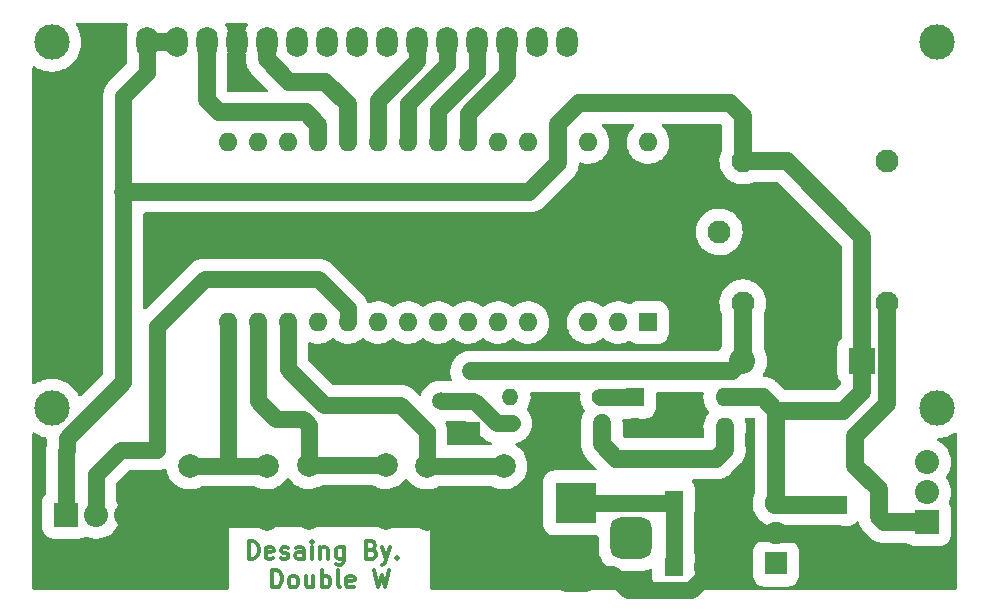
<source format=gbr>
%TF.GenerationSoftware,KiCad,Pcbnew,(6.0.0)*%
%TF.CreationDate,2022-01-31T23:05:30+07:00*%
%TF.ProjectId,eggmodel_V1.1,6567676d-6f64-4656-9c5f-56312e312e6b,rev?*%
%TF.SameCoordinates,Original*%
%TF.FileFunction,Copper,L1,Top*%
%TF.FilePolarity,Positive*%
%FSLAX46Y46*%
G04 Gerber Fmt 4.6, Leading zero omitted, Abs format (unit mm)*
G04 Created by KiCad (PCBNEW (6.0.0)) date 2022-01-31 23:05:30*
%MOMM*%
%LPD*%
G01*
G04 APERTURE LIST*
G04 Aperture macros list*
%AMRoundRect*
0 Rectangle with rounded corners*
0 $1 Rounding radius*
0 $2 $3 $4 $5 $6 $7 $8 $9 X,Y pos of 4 corners*
0 Add a 4 corners polygon primitive as box body*
4,1,4,$2,$3,$4,$5,$6,$7,$8,$9,$2,$3,0*
0 Add four circle primitives for the rounded corners*
1,1,$1+$1,$2,$3*
1,1,$1+$1,$4,$5*
1,1,$1+$1,$6,$7*
1,1,$1+$1,$8,$9*
0 Add four rect primitives between the rounded corners*
20,1,$1+$1,$2,$3,$4,$5,0*
20,1,$1+$1,$4,$5,$6,$7,0*
20,1,$1+$1,$6,$7,$8,$9,0*
20,1,$1+$1,$8,$9,$2,$3,0*%
G04 Aperture macros list end*
%ADD10C,0.300000*%
%TA.AperFunction,NonConductor*%
%ADD11C,0.300000*%
%TD*%
%TA.AperFunction,ComponentPad*%
%ADD12R,2.040000X2.040000*%
%TD*%
%TA.AperFunction,ComponentPad*%
%ADD13C,2.040000*%
%TD*%
%TA.AperFunction,ComponentPad*%
%ADD14R,3.500000X3.500000*%
%TD*%
%TA.AperFunction,ComponentPad*%
%ADD15RoundRect,0.750000X1.000000X-0.750000X1.000000X0.750000X-1.000000X0.750000X-1.000000X-0.750000X0*%
%TD*%
%TA.AperFunction,ComponentPad*%
%ADD16RoundRect,0.875000X0.875000X-0.875000X0.875000X0.875000X-0.875000X0.875000X-0.875000X-0.875000X0*%
%TD*%
%TA.AperFunction,ComponentPad*%
%ADD17C,1.400000*%
%TD*%
%TA.AperFunction,ComponentPad*%
%ADD18O,1.400000X1.400000*%
%TD*%
%TA.AperFunction,ComponentPad*%
%ADD19R,1.500000X1.500000*%
%TD*%
%TA.AperFunction,ComponentPad*%
%ADD20C,1.500000*%
%TD*%
%TA.AperFunction,ComponentPad*%
%ADD21C,3.000000*%
%TD*%
%TA.AperFunction,ComponentPad*%
%ADD22R,1.800000X2.600000*%
%TD*%
%TA.AperFunction,ComponentPad*%
%ADD23O,1.800000X2.600000*%
%TD*%
%TA.AperFunction,ComponentPad*%
%ADD24C,2.000000*%
%TD*%
%TA.AperFunction,ComponentPad*%
%ADD25R,1.600000X1.600000*%
%TD*%
%TA.AperFunction,ComponentPad*%
%ADD26C,1.600000*%
%TD*%
%TA.AperFunction,ComponentPad*%
%ADD27O,1.600000X1.600000*%
%TD*%
%TA.AperFunction,ComponentPad*%
%ADD28R,1.910000X1.910000*%
%TD*%
%TA.AperFunction,ComponentPad*%
%ADD29C,1.910000*%
%TD*%
%TA.AperFunction,ComponentPad*%
%ADD30R,2.200000X2.200000*%
%TD*%
%TA.AperFunction,ComponentPad*%
%ADD31O,2.200000X2.200000*%
%TD*%
%TA.AperFunction,ComponentPad*%
%ADD32C,1.950000*%
%TD*%
%TA.AperFunction,Conductor*%
%ADD33C,1.500000*%
%TD*%
%TA.AperFunction,Conductor*%
%ADD34C,1.400000*%
%TD*%
G04 APERTURE END LIST*
D10*
D11*
X103622857Y-127651071D02*
X103622857Y-126151071D01*
X103980000Y-126151071D01*
X104194285Y-126222500D01*
X104337142Y-126365357D01*
X104408571Y-126508214D01*
X104480000Y-126793928D01*
X104480000Y-127008214D01*
X104408571Y-127293928D01*
X104337142Y-127436785D01*
X104194285Y-127579642D01*
X103980000Y-127651071D01*
X103622857Y-127651071D01*
X105694285Y-127579642D02*
X105551428Y-127651071D01*
X105265714Y-127651071D01*
X105122857Y-127579642D01*
X105051428Y-127436785D01*
X105051428Y-126865357D01*
X105122857Y-126722500D01*
X105265714Y-126651071D01*
X105551428Y-126651071D01*
X105694285Y-126722500D01*
X105765714Y-126865357D01*
X105765714Y-127008214D01*
X105051428Y-127151071D01*
X106337142Y-127579642D02*
X106480000Y-127651071D01*
X106765714Y-127651071D01*
X106908571Y-127579642D01*
X106980000Y-127436785D01*
X106980000Y-127365357D01*
X106908571Y-127222500D01*
X106765714Y-127151071D01*
X106551428Y-127151071D01*
X106408571Y-127079642D01*
X106337142Y-126936785D01*
X106337142Y-126865357D01*
X106408571Y-126722500D01*
X106551428Y-126651071D01*
X106765714Y-126651071D01*
X106908571Y-126722500D01*
X108265714Y-127651071D02*
X108265714Y-126865357D01*
X108194285Y-126722500D01*
X108051428Y-126651071D01*
X107765714Y-126651071D01*
X107622857Y-126722500D01*
X108265714Y-127579642D02*
X108122857Y-127651071D01*
X107765714Y-127651071D01*
X107622857Y-127579642D01*
X107551428Y-127436785D01*
X107551428Y-127293928D01*
X107622857Y-127151071D01*
X107765714Y-127079642D01*
X108122857Y-127079642D01*
X108265714Y-127008214D01*
X108980000Y-127651071D02*
X108980000Y-126651071D01*
X108980000Y-126151071D02*
X108908571Y-126222500D01*
X108980000Y-126293928D01*
X109051428Y-126222500D01*
X108980000Y-126151071D01*
X108980000Y-126293928D01*
X109694285Y-126651071D02*
X109694285Y-127651071D01*
X109694285Y-126793928D02*
X109765714Y-126722500D01*
X109908571Y-126651071D01*
X110122857Y-126651071D01*
X110265714Y-126722500D01*
X110337142Y-126865357D01*
X110337142Y-127651071D01*
X111694285Y-126651071D02*
X111694285Y-127865357D01*
X111622857Y-128008214D01*
X111551428Y-128079642D01*
X111408571Y-128151071D01*
X111194285Y-128151071D01*
X111051428Y-128079642D01*
X111694285Y-127579642D02*
X111551428Y-127651071D01*
X111265714Y-127651071D01*
X111122857Y-127579642D01*
X111051428Y-127508214D01*
X110980000Y-127365357D01*
X110980000Y-126936785D01*
X111051428Y-126793928D01*
X111122857Y-126722500D01*
X111265714Y-126651071D01*
X111551428Y-126651071D01*
X111694285Y-126722500D01*
X114051428Y-126865357D02*
X114265714Y-126936785D01*
X114337142Y-127008214D01*
X114408571Y-127151071D01*
X114408571Y-127365357D01*
X114337142Y-127508214D01*
X114265714Y-127579642D01*
X114122857Y-127651071D01*
X113551428Y-127651071D01*
X113551428Y-126151071D01*
X114051428Y-126151071D01*
X114194285Y-126222500D01*
X114265714Y-126293928D01*
X114337142Y-126436785D01*
X114337142Y-126579642D01*
X114265714Y-126722500D01*
X114194285Y-126793928D01*
X114051428Y-126865357D01*
X113551428Y-126865357D01*
X114908571Y-126651071D02*
X115265714Y-127651071D01*
X115622857Y-126651071D02*
X115265714Y-127651071D01*
X115122857Y-128008214D01*
X115051428Y-128079642D01*
X114908571Y-128151071D01*
X116194285Y-127508214D02*
X116265714Y-127579642D01*
X116194285Y-127651071D01*
X116122857Y-127579642D01*
X116194285Y-127508214D01*
X116194285Y-127651071D01*
X105587142Y-130066071D02*
X105587142Y-128566071D01*
X105944285Y-128566071D01*
X106158571Y-128637500D01*
X106301428Y-128780357D01*
X106372857Y-128923214D01*
X106444285Y-129208928D01*
X106444285Y-129423214D01*
X106372857Y-129708928D01*
X106301428Y-129851785D01*
X106158571Y-129994642D01*
X105944285Y-130066071D01*
X105587142Y-130066071D01*
X107301428Y-130066071D02*
X107158571Y-129994642D01*
X107087142Y-129923214D01*
X107015714Y-129780357D01*
X107015714Y-129351785D01*
X107087142Y-129208928D01*
X107158571Y-129137500D01*
X107301428Y-129066071D01*
X107515714Y-129066071D01*
X107658571Y-129137500D01*
X107730000Y-129208928D01*
X107801428Y-129351785D01*
X107801428Y-129780357D01*
X107730000Y-129923214D01*
X107658571Y-129994642D01*
X107515714Y-130066071D01*
X107301428Y-130066071D01*
X109087142Y-129066071D02*
X109087142Y-130066071D01*
X108444285Y-129066071D02*
X108444285Y-129851785D01*
X108515714Y-129994642D01*
X108658571Y-130066071D01*
X108872857Y-130066071D01*
X109015714Y-129994642D01*
X109087142Y-129923214D01*
X109801428Y-130066071D02*
X109801428Y-128566071D01*
X109801428Y-129137500D02*
X109944285Y-129066071D01*
X110230000Y-129066071D01*
X110372857Y-129137500D01*
X110444285Y-129208928D01*
X110515714Y-129351785D01*
X110515714Y-129780357D01*
X110444285Y-129923214D01*
X110372857Y-129994642D01*
X110230000Y-130066071D01*
X109944285Y-130066071D01*
X109801428Y-129994642D01*
X111372857Y-130066071D02*
X111230000Y-129994642D01*
X111158571Y-129851785D01*
X111158571Y-128566071D01*
X112515714Y-129994642D02*
X112372857Y-130066071D01*
X112087142Y-130066071D01*
X111944285Y-129994642D01*
X111872857Y-129851785D01*
X111872857Y-129280357D01*
X111944285Y-129137500D01*
X112087142Y-129066071D01*
X112372857Y-129066071D01*
X112515714Y-129137500D01*
X112587142Y-129280357D01*
X112587142Y-129423214D01*
X111872857Y-129566071D01*
X114230000Y-128566071D02*
X114587142Y-130066071D01*
X114872857Y-128994642D01*
X115158571Y-130066071D01*
X115515714Y-128566071D01*
D12*
%TO.P,J3,1,1*%
%TO.N,Net-(J3-Pad1)*%
X161060000Y-124530000D03*
D13*
%TO.P,J3,2,2*%
%TO.N,Net-(J3-Pad2)*%
X161060000Y-121990000D03*
%TO.P,J3,3,3*%
%TO.N,Net-(J3-Pad3)*%
X161060000Y-119450000D03*
%TD*%
D14*
%TO.P,J2,1*%
%TO.N,Net-(C1-Pad1)*%
X131300000Y-122910000D03*
D15*
%TO.P,J2,2*%
%TO.N,GND*%
X131300000Y-128910000D03*
D16*
%TO.P,J2,3*%
%TO.N,N/C*%
X136000000Y-125910000D03*
%TD*%
D17*
%TO.P,R1,1*%
%TO.N,VCC*%
X88230000Y-118430000D03*
D18*
%TO.P,R1,2*%
%TO.N,D8*%
X95850000Y-118430000D03*
%TD*%
D19*
%TO.P,Q1,1,E*%
%TO.N,GND*%
X122440000Y-116840000D03*
D20*
%TO.P,Q1,2,B*%
%TO.N,Net-(Q1-Pad2)*%
X119900000Y-114300000D03*
%TO.P,Q1,3,C*%
%TO.N,Net-(D1-Pad2)*%
X122440000Y-111760000D03*
%TD*%
D21*
%TO.P,DS1,*%
%TO.N,*%
X161940000Y-83902500D03*
X161939480Y-114903200D03*
X86940900Y-83902500D03*
X86940900Y-114903200D03*
D22*
%TO.P,DS1,1,VSS*%
%TO.N,GND*%
X92440000Y-83902500D03*
D23*
%TO.P,DS1,2,VDD*%
%TO.N,VCC*%
X94980000Y-83902500D03*
%TO.P,DS1,3,VO*%
X97520000Y-83902500D03*
%TO.P,DS1,4,RS*%
%TO.N,A0*%
X100060000Y-83902500D03*
%TO.P,DS1,5,R/W*%
%TO.N,GND*%
X102600000Y-83902500D03*
%TO.P,DS1,6,E*%
%TO.N,A1*%
X105140000Y-83902500D03*
%TO.P,DS1,7,D0*%
%TO.N,unconnected-(DS1-Pad7)*%
X107680000Y-83902500D03*
%TO.P,DS1,8,D1*%
%TO.N,unconnected-(DS1-Pad8)*%
X110220000Y-83902500D03*
%TO.P,DS1,9,D2*%
%TO.N,unconnected-(DS1-Pad9)*%
X112760000Y-83902500D03*
%TO.P,DS1,10,D3*%
%TO.N,unconnected-(DS1-Pad10)*%
X115300000Y-83902500D03*
%TO.P,DS1,11,D4*%
%TO.N,A2*%
X117840000Y-83902500D03*
%TO.P,DS1,12,D5*%
%TO.N,A3*%
X120380000Y-83902500D03*
%TO.P,DS1,13,D6*%
%TO.N,A4*%
X122920000Y-83902500D03*
%TO.P,DS1,14,D7*%
%TO.N,A5*%
X125460000Y-83902500D03*
%TO.P,DS1,15,LED(+)*%
%TO.N,unconnected-(DS1-Pad15)*%
X128000000Y-83902500D03*
%TO.P,DS1,16,LED(-)*%
%TO.N,unconnected-(DS1-Pad16)*%
X130540000Y-83902500D03*
%TD*%
D24*
%TO.P,SW1,1,1*%
%TO.N,GND*%
X118710000Y-124240000D03*
X125210000Y-124240000D03*
%TO.P,SW1,2,2*%
%TO.N,D10*%
X125210000Y-119740000D03*
X118710000Y-119740000D03*
%TD*%
D25*
%TO.P,C1,1*%
%TO.N,Net-(C1-Pad1)*%
X139600000Y-128330000D03*
D26*
%TO.P,C1,2*%
%TO.N,GND*%
X142100000Y-128330000D03*
%TD*%
D24*
%TO.P,SW2,1,1*%
%TO.N,GND*%
X115220000Y-124220000D03*
X108720000Y-124220000D03*
%TO.P,SW2,2,2*%
%TO.N,D11*%
X115220000Y-119720000D03*
X108720000Y-119720000D03*
%TD*%
D25*
%TO.P,C2,1*%
%TO.N,Net-(C1-Pad1)*%
X139630000Y-122620000D03*
D26*
%TO.P,C2,2*%
%TO.N,GND*%
X142130000Y-122620000D03*
%TD*%
D24*
%TO.P,SW3,1,1*%
%TO.N,GND*%
X98630000Y-124240000D03*
X105130000Y-124240000D03*
%TO.P,SW3,2,2*%
%TO.N,D12*%
X105130000Y-119740000D03*
X98630000Y-119740000D03*
%TD*%
D17*
%TO.P,R2,1*%
%TO.N,Net-(R2-Pad1)*%
X133400000Y-113960000D03*
D18*
%TO.P,R2,2*%
%TO.N,D9*%
X125780000Y-113960000D03*
%TD*%
D25*
%TO.P,U1,1*%
%TO.N,Net-(R2-Pad1)*%
X136310000Y-113965000D03*
D27*
%TO.P,U1,2*%
%TO.N,GND*%
X136310000Y-116505000D03*
%TO.P,U1,3*%
%TO.N,Net-(R3-Pad2)*%
X143930000Y-116505000D03*
%TO.P,U1,4*%
%TO.N,VCC*%
X143930000Y-113965000D03*
%TD*%
D28*
%TO.P,U2,1,INPUT*%
%TO.N,Net-(C1-Pad1)*%
X148258000Y-128030000D03*
D29*
%TO.P,U2,2,GROUND*%
%TO.N,GND*%
X148258000Y-125480000D03*
%TO.P,U2,3,OUTPUT*%
%TO.N,VCC*%
X148258000Y-122930000D03*
%TD*%
D17*
%TO.P,R3,1*%
%TO.N,Net-(Q1-Pad2)*%
X125900000Y-116150000D03*
D18*
%TO.P,R3,2*%
%TO.N,Net-(R3-Pad2)*%
X133520000Y-116150000D03*
%TD*%
D25*
%TO.P,C3,1*%
%TO.N,VCC*%
X153500000Y-123050000D03*
D26*
%TO.P,C3,2*%
%TO.N,GND*%
X153500000Y-125550000D03*
%TD*%
D12*
%TO.P,J1,1,1*%
%TO.N,VCC*%
X88168500Y-123910000D03*
D13*
%TO.P,J1,2,2*%
%TO.N,D8*%
X90708500Y-123910000D03*
%TO.P,J1,3,3*%
%TO.N,GND*%
X93248500Y-123910000D03*
%TD*%
D30*
%TO.P,D1,1,K*%
%TO.N,VCC*%
X155570000Y-110850000D03*
D31*
%TO.P,D1,2,A*%
%TO.N,Net-(D1-Pad2)*%
X145410000Y-110850000D03*
%TD*%
D25*
%TO.P,A1,1,D1/TX*%
%TO.N,unconnected-(A1-Pad1)*%
X137430000Y-107630000D03*
D27*
%TO.P,A1,2,D0/RX*%
%TO.N,unconnected-(A1-Pad2)*%
X134890000Y-107630000D03*
%TO.P,A1,3,~{RESET}*%
%TO.N,unconnected-(A1-Pad3)*%
X132350000Y-107630000D03*
%TO.P,A1,4,GND*%
%TO.N,GND*%
X129810000Y-107630000D03*
%TO.P,A1,5,D2*%
%TO.N,unconnected-(A1-Pad5)*%
X127270000Y-107630000D03*
%TO.P,A1,6,D3*%
%TO.N,unconnected-(A1-Pad6)*%
X124730000Y-107630000D03*
%TO.P,A1,7,D4*%
%TO.N,unconnected-(A1-Pad7)*%
X122190000Y-107630000D03*
%TO.P,A1,8,D5*%
%TO.N,unconnected-(A1-Pad8)*%
X119650000Y-107630000D03*
%TO.P,A1,9,D6*%
%TO.N,unconnected-(A1-Pad9)*%
X117110000Y-107630000D03*
%TO.P,A1,10,D7*%
%TO.N,unconnected-(A1-Pad10)*%
X114570000Y-107630000D03*
%TO.P,A1,11,D8*%
%TO.N,D8*%
X112030000Y-107630000D03*
%TO.P,A1,12,D9*%
%TO.N,D9*%
X109490000Y-107630000D03*
%TO.P,A1,13,D10*%
%TO.N,D10*%
X106950000Y-107630000D03*
%TO.P,A1,14,D11*%
%TO.N,D11*%
X104410000Y-107630000D03*
%TO.P,A1,15,D12*%
%TO.N,D12*%
X101870000Y-107630000D03*
%TO.P,A1,16,D13*%
%TO.N,unconnected-(A1-Pad16)*%
X101870000Y-92390000D03*
%TO.P,A1,17,3V3*%
%TO.N,unconnected-(A1-Pad17)*%
X104410000Y-92390000D03*
%TO.P,A1,18,AREF*%
%TO.N,unconnected-(A1-Pad18)*%
X106950000Y-92390000D03*
%TO.P,A1,19,A0*%
%TO.N,A0*%
X109490000Y-92390000D03*
%TO.P,A1,20,A1*%
%TO.N,A1*%
X112030000Y-92390000D03*
%TO.P,A1,21,A2*%
%TO.N,A2*%
X114570000Y-92390000D03*
%TO.P,A1,22,A3*%
%TO.N,A3*%
X117110000Y-92390000D03*
%TO.P,A1,23,A4*%
%TO.N,A4*%
X119650000Y-92390000D03*
%TO.P,A1,24,A5*%
%TO.N,A5*%
X122190000Y-92390000D03*
%TO.P,A1,25,A6*%
%TO.N,unconnected-(A1-Pad25)*%
X124730000Y-92390000D03*
%TO.P,A1,26,A7*%
%TO.N,unconnected-(A1-Pad26)*%
X127270000Y-92390000D03*
%TO.P,A1,27,+5V*%
%TO.N,VCC*%
X129810000Y-92390000D03*
%TO.P,A1,28,~{RESET}*%
%TO.N,unconnected-(A1-Pad28)*%
X132350000Y-92390000D03*
%TO.P,A1,29,GND*%
%TO.N,GND*%
X134890000Y-92390000D03*
%TO.P,A1,30,VIN*%
%TO.N,unconnected-(A1-Pad30)*%
X137430000Y-92390000D03*
%TD*%
D32*
%TO.P,K1,COIL1*%
%TO.N,VCC*%
X145460000Y-93960000D03*
%TO.P,K1,COIL2*%
%TO.N,Net-(D1-Pad2)*%
X145460000Y-105960000D03*
%TO.P,K1,COM*%
%TO.N,Net-(J3-Pad2)*%
X143460000Y-99960000D03*
%TO.P,K1,NC*%
%TO.N,Net-(J3-Pad1)*%
X157660000Y-105960000D03*
%TO.P,K1,NO*%
%TO.N,Net-(J3-Pad3)*%
X157660000Y-93960000D03*
%TD*%
D33*
%TO.N,A0*%
X109490000Y-90870000D02*
X109490000Y-92390000D01*
X100060000Y-83902500D02*
X100060000Y-88820000D01*
X108470000Y-89850000D02*
X109490000Y-90870000D01*
X100060000Y-88820000D02*
X101090000Y-89850000D01*
X101090000Y-89850000D02*
X108470000Y-89850000D01*
D34*
%TO.N,GND*%
X108720000Y-124220000D02*
X105150000Y-124220000D01*
D33*
X148328000Y-125550000D02*
X148258000Y-125480000D01*
D34*
X131300000Y-128910000D02*
X134390000Y-128910000D01*
X142130000Y-128300000D02*
X142100000Y-128330000D01*
X108700000Y-124240000D02*
X108720000Y-124220000D01*
X135770000Y-130290000D02*
X141040000Y-130290000D01*
X115220000Y-124220000D02*
X108720000Y-124220000D01*
X134390000Y-128910000D02*
X135770000Y-130290000D01*
X105150000Y-124220000D02*
X105130000Y-124240000D01*
X125210000Y-124240000D02*
X118710000Y-124240000D01*
X148258000Y-125480000D02*
X142240000Y-125480000D01*
X141040000Y-130290000D02*
X142100000Y-129230000D01*
X142240000Y-125480000D02*
X142130000Y-125590000D01*
X118710000Y-124240000D02*
X115240000Y-124240000D01*
X142130000Y-122620000D02*
X142130000Y-125590000D01*
X93248500Y-123910000D02*
X98300000Y-123910000D01*
X142100000Y-129230000D02*
X142100000Y-128330000D01*
D33*
X153500000Y-125550000D02*
X148328000Y-125550000D01*
D34*
X98630000Y-124240000D02*
X105130000Y-124240000D01*
X115240000Y-124240000D02*
X115220000Y-124220000D01*
X142130000Y-125590000D02*
X142130000Y-128300000D01*
X98300000Y-123910000D02*
X98630000Y-124240000D01*
D33*
%TO.N,A1*%
X105140000Y-85350000D02*
X107030000Y-87240000D01*
X110120000Y-87240000D02*
X112030000Y-89150000D01*
X107030000Y-87240000D02*
X110120000Y-87240000D01*
X112030000Y-89150000D02*
X112030000Y-92390000D01*
X105140000Y-83902500D02*
X105140000Y-85350000D01*
D34*
%TO.N,A2*%
X117840000Y-83902500D02*
X117840000Y-85510000D01*
X117840000Y-85510000D02*
X114570000Y-88780000D01*
X114570000Y-88780000D02*
X114570000Y-92390000D01*
%TO.N,A3*%
X117110000Y-89080000D02*
X117110000Y-92390000D01*
X120380000Y-83902500D02*
X120380000Y-85810000D01*
X120380000Y-85810000D02*
X117110000Y-89080000D01*
%TO.N,A4*%
X119650000Y-89670000D02*
X119650000Y-92390000D01*
X122920000Y-86400000D02*
X119650000Y-89670000D01*
X122920000Y-83902500D02*
X122920000Y-86400000D01*
%TO.N,A5*%
X122190000Y-89860000D02*
X122190000Y-92390000D01*
X125460000Y-83902500D02*
X125460000Y-86590000D01*
X125460000Y-86590000D02*
X122190000Y-89860000D01*
%TO.N,D8*%
X92810000Y-118390000D02*
X92850000Y-118430000D01*
X95850000Y-107970000D02*
X99890000Y-103930000D01*
X112030000Y-106440000D02*
X112030000Y-107630000D01*
X99890000Y-103930000D02*
X109520000Y-103930000D01*
X95850000Y-118430000D02*
X95850000Y-107970000D01*
X92850000Y-118430000D02*
X95850000Y-118430000D01*
X90708500Y-120491500D02*
X92810000Y-118390000D01*
X109520000Y-103930000D02*
X112030000Y-106440000D01*
X90708500Y-123910000D02*
X90708500Y-120491500D01*
D33*
%TO.N,VCC*%
X94980000Y-83902500D02*
X97520000Y-83902500D01*
X127340000Y-96560000D02*
X93010000Y-96560000D01*
X155570000Y-110850000D02*
X155570000Y-113530000D01*
X131560000Y-89070000D02*
X144390000Y-89070000D01*
X153980000Y-115120000D02*
X148290000Y-115120000D01*
X155570000Y-113530000D02*
X153980000Y-115120000D01*
X148290000Y-115120000D02*
X148258000Y-115152000D01*
X147135000Y-113965000D02*
X148290000Y-115120000D01*
D34*
X88230000Y-118430000D02*
X88230000Y-117420000D01*
D33*
X129810000Y-92390000D02*
X129810000Y-90820000D01*
X145460000Y-90140000D02*
X145460000Y-93960000D01*
X149160000Y-93960000D02*
X155570000Y-100370000D01*
D34*
X88168500Y-123910000D02*
X88168500Y-118491500D01*
D33*
X148258000Y-115152000D02*
X148258000Y-122930000D01*
D34*
X93010000Y-88440000D02*
X94980000Y-86470000D01*
X94980000Y-86470000D02*
X94980000Y-83902500D01*
D33*
X129810000Y-92390000D02*
X129810000Y-94090000D01*
D34*
X93010000Y-96560000D02*
X93010000Y-88440000D01*
X93010000Y-112640000D02*
X93010000Y-96560000D01*
X88168500Y-118491500D02*
X88230000Y-118430000D01*
X88230000Y-117420000D02*
X93010000Y-112640000D01*
D33*
X155570000Y-100370000D02*
X155570000Y-110850000D01*
X145460000Y-93960000D02*
X149160000Y-93960000D01*
X143930000Y-113965000D02*
X147135000Y-113965000D01*
X129810000Y-90820000D02*
X131560000Y-89070000D01*
X153500000Y-123050000D02*
X148378000Y-123050000D01*
X144390000Y-89070000D02*
X145460000Y-90140000D01*
X148378000Y-123050000D02*
X148258000Y-122930000D01*
X129810000Y-94090000D02*
X127340000Y-96560000D01*
D34*
%TO.N,D10*%
X106950000Y-111540000D02*
X110030000Y-114620000D01*
X110030000Y-114620000D02*
X116470000Y-114620000D01*
X118710000Y-116860000D02*
X118710000Y-119740000D01*
X116470000Y-114620000D02*
X118710000Y-116860000D01*
X106950000Y-107630000D02*
X106950000Y-111540000D01*
X118710000Y-119740000D02*
X125210000Y-119740000D01*
%TO.N,D11*%
X104410000Y-107630000D02*
X104410000Y-114270000D01*
X108720000Y-119720000D02*
X115220000Y-119720000D01*
X108250000Y-115820000D02*
X108720000Y-116290000D01*
X108720000Y-116290000D02*
X108720000Y-119720000D01*
X104410000Y-114270000D02*
X105960000Y-115820000D01*
X105960000Y-115820000D02*
X108250000Y-115820000D01*
%TO.N,D12*%
X98630000Y-119740000D02*
X101690000Y-119740000D01*
X101870000Y-119560000D02*
X101690000Y-119740000D01*
X101870000Y-107630000D02*
X101870000Y-119560000D01*
X101690000Y-119740000D02*
X105130000Y-119740000D01*
%TO.N,Net-(C1-Pad1)*%
X139630000Y-128300000D02*
X139600000Y-128330000D01*
X131300000Y-122910000D02*
X139340000Y-122910000D01*
X139340000Y-122910000D02*
X139630000Y-122620000D01*
X139630000Y-122620000D02*
X139630000Y-128300000D01*
D33*
%TO.N,Net-(D1-Pad2)*%
X144500000Y-111760000D02*
X122440000Y-111760000D01*
X144500000Y-111760000D02*
X145410000Y-110850000D01*
X145460000Y-105960000D02*
X145460000Y-110800000D01*
X145460000Y-110800000D02*
X145410000Y-110850000D01*
%TO.N,Net-(J3-Pad1)*%
X154990000Y-119750000D02*
X156950000Y-121710000D01*
X157660000Y-105960000D02*
X157660000Y-114570000D01*
X156950000Y-121710000D02*
X156950000Y-124060000D01*
X154990000Y-117240000D02*
X154990000Y-119750000D01*
X157660000Y-114570000D02*
X154990000Y-117240000D01*
X156950000Y-124060000D02*
X157420000Y-124530000D01*
X157420000Y-124530000D02*
X161060000Y-124530000D01*
D34*
%TO.N,Net-(Q1-Pad2)*%
X124619511Y-116150000D02*
X125900000Y-116150000D01*
X122660000Y-114330000D02*
X122799511Y-114330000D01*
X119900000Y-114300000D02*
X122630000Y-114300000D01*
X122799511Y-114330000D02*
X124619511Y-116150000D01*
X122630000Y-114300000D02*
X122660000Y-114330000D01*
%TO.N,Net-(R2-Pad1)*%
X136305000Y-113960000D02*
X136310000Y-113965000D01*
X133400000Y-113960000D02*
X136305000Y-113960000D01*
D33*
%TO.N,Net-(R3-Pad2)*%
X143930000Y-118380000D02*
X143930000Y-116505000D01*
X133520000Y-117920000D02*
X134750000Y-119150000D01*
X143950000Y-118400000D02*
X143930000Y-118380000D01*
X143200000Y-119150000D02*
X143950000Y-118400000D01*
X134750000Y-119150000D02*
X143200000Y-119150000D01*
X133520000Y-116150000D02*
X133520000Y-117920000D01*
%TD*%
%TA.AperFunction,Conductor*%
%TO.N,GND*%
G36*
X131665996Y-113530502D02*
G01*
X131712489Y-113584158D01*
X131721961Y-113658376D01*
X131721787Y-113659363D01*
X131720639Y-113663883D01*
X131720172Y-113668525D01*
X131720171Y-113668528D01*
X131710577Y-113763803D01*
X131710176Y-113767298D01*
X131706402Y-113796559D01*
X131696833Y-113870741D01*
X131696946Y-113875519D01*
X131697213Y-113886880D01*
X131696614Y-113902466D01*
X131695316Y-113915361D01*
X131695540Y-113920028D01*
X131695540Y-113920034D01*
X131700285Y-114018814D01*
X131700395Y-114021890D01*
X131702816Y-114124610D01*
X131702929Y-114129390D01*
X131703762Y-114134090D01*
X131703763Y-114134100D01*
X131705186Y-114142126D01*
X131706975Y-114158074D01*
X131707443Y-114167820D01*
X131725608Y-114259142D01*
X131728250Y-114272426D01*
X131728738Y-114275019D01*
X131748078Y-114384142D01*
X131751207Y-114393360D01*
X131755473Y-114409283D01*
X131755838Y-114411121D01*
X131755841Y-114411130D01*
X131756752Y-114415713D01*
X131758332Y-114420114D01*
X131758334Y-114420121D01*
X131793830Y-114518984D01*
X131794552Y-114521052D01*
X131831241Y-114629133D01*
X131833444Y-114633374D01*
X131834248Y-114634921D01*
X131838627Y-114644942D01*
X131838677Y-114644920D01*
X131840579Y-114649192D01*
X131842160Y-114653595D01*
X131895568Y-114752991D01*
X131896329Y-114754433D01*
X131950505Y-114858725D01*
X131953330Y-114862592D01*
X131955849Y-114866655D01*
X131955794Y-114866689D01*
X131956831Y-114868333D01*
X131957069Y-114868181D01*
X131959577Y-114872117D01*
X131961792Y-114876240D01*
X132011709Y-114943087D01*
X132030981Y-114968896D01*
X132031764Y-114969956D01*
X132065188Y-115015706D01*
X132067754Y-115019219D01*
X132091788Y-115086024D01*
X132073732Y-115158913D01*
X131955920Y-115353061D01*
X131954111Y-115357375D01*
X131954110Y-115357377D01*
X131858509Y-115585361D01*
X131855305Y-115593001D01*
X131854154Y-115597533D01*
X131854153Y-115597536D01*
X131831865Y-115685298D01*
X131791261Y-115845177D01*
X131769500Y-116061286D01*
X131769500Y-117865335D01*
X131769297Y-117872478D01*
X131766176Y-117927448D01*
X131764859Y-117950636D01*
X131766413Y-117967543D01*
X131775263Y-118063860D01*
X131775446Y-118066051D01*
X131783874Y-118179466D01*
X131784906Y-118184029D01*
X131784908Y-118184039D01*
X131785438Y-118186382D01*
X131788015Y-118202648D01*
X131788238Y-118205071D01*
X131788666Y-118209726D01*
X131789777Y-118214265D01*
X131789777Y-118214267D01*
X131815701Y-118320214D01*
X131816205Y-118322352D01*
X131841295Y-118433232D01*
X131843866Y-118439844D01*
X131848818Y-118455549D01*
X131850507Y-118462451D01*
X131852280Y-118466784D01*
X131852280Y-118466785D01*
X131893569Y-118567711D01*
X131894384Y-118569752D01*
X131931219Y-118664470D01*
X131935595Y-118675723D01*
X131937915Y-118679782D01*
X131937917Y-118679786D01*
X131939116Y-118681884D01*
X131946336Y-118696686D01*
X131949025Y-118703259D01*
X131966136Y-118732019D01*
X132007160Y-118800974D01*
X132008266Y-118802871D01*
X132064701Y-118901612D01*
X132069103Y-118907196D01*
X132078427Y-118920764D01*
X132082055Y-118926861D01*
X132085012Y-118930480D01*
X132153972Y-119014884D01*
X132155348Y-119016598D01*
X132191002Y-119061824D01*
X132225777Y-119105936D01*
X132300554Y-119176279D01*
X132301601Y-119177264D01*
X132304363Y-119179944D01*
X133068824Y-119944405D01*
X133102850Y-120006717D01*
X133097785Y-120077532D01*
X133055238Y-120134368D01*
X132988718Y-120159179D01*
X132979729Y-120159500D01*
X129492184Y-120159500D01*
X129489397Y-120159749D01*
X129489391Y-120159749D01*
X129403611Y-120167405D01*
X129371913Y-120170234D01*
X129176530Y-120226259D01*
X128996404Y-120320427D01*
X128991461Y-120324458D01*
X128991460Y-120324459D01*
X128843831Y-120444862D01*
X128838891Y-120448891D01*
X128834862Y-120453831D01*
X128714913Y-120600904D01*
X128710427Y-120606404D01*
X128616259Y-120786530D01*
X128560234Y-120981913D01*
X128559701Y-120987885D01*
X128559701Y-120987886D01*
X128553152Y-121061269D01*
X128549500Y-121102184D01*
X128549500Y-124717816D01*
X128549749Y-124720603D01*
X128549749Y-124720609D01*
X128555120Y-124780783D01*
X128560234Y-124838087D01*
X128616259Y-125033470D01*
X128710427Y-125213596D01*
X128714458Y-125218539D01*
X128714459Y-125218540D01*
X128778720Y-125297332D01*
X128838891Y-125371109D01*
X128843831Y-125375138D01*
X128969882Y-125477942D01*
X128996404Y-125499573D01*
X129176530Y-125593741D01*
X129371913Y-125649766D01*
X129403545Y-125652589D01*
X129489391Y-125660251D01*
X129489397Y-125660251D01*
X129492184Y-125660500D01*
X133107816Y-125660500D01*
X133110988Y-125660217D01*
X133112302Y-125660100D01*
X133112611Y-125660162D01*
X133113409Y-125660126D01*
X133113418Y-125660322D01*
X133181931Y-125673968D01*
X133233008Y-125723280D01*
X133249500Y-125785601D01*
X133249500Y-126860536D01*
X133249645Y-126862675D01*
X133260101Y-127017184D01*
X133261439Y-127036963D01*
X133262341Y-127041260D01*
X133316393Y-127298873D01*
X133316395Y-127298880D01*
X133317331Y-127303341D01*
X133411091Y-127558860D01*
X133413265Y-127562872D01*
X133413268Y-127562879D01*
X133528505Y-127775561D01*
X133540754Y-127798168D01*
X133703605Y-128016251D01*
X133896231Y-128208542D01*
X134114599Y-128371012D01*
X134118621Y-128373182D01*
X134350116Y-128498090D01*
X134350121Y-128498092D01*
X134354133Y-128500257D01*
X134609815Y-128593571D01*
X134614282Y-128594500D01*
X134614285Y-128594501D01*
X134713065Y-128615047D01*
X134876290Y-128648998D01*
X134880648Y-128649287D01*
X134880652Y-128649288D01*
X135047370Y-128660361D01*
X135047372Y-128660361D01*
X135049464Y-128660500D01*
X136950536Y-128660500D01*
X137048443Y-128653874D01*
X137122577Y-128648858D01*
X137122580Y-128648858D01*
X137126963Y-128648561D01*
X137243624Y-128624083D01*
X137388873Y-128593607D01*
X137388880Y-128593605D01*
X137393341Y-128592669D01*
X137397625Y-128591097D01*
X137397632Y-128591095D01*
X137630096Y-128505795D01*
X137700937Y-128501107D01*
X137763068Y-128535462D01*
X137796761Y-128597955D01*
X137799500Y-128624083D01*
X137799500Y-129187816D01*
X137810234Y-129308087D01*
X137866259Y-129503470D01*
X137960427Y-129683596D01*
X138088891Y-129841109D01*
X138093831Y-129845138D01*
X138186236Y-129920501D01*
X138246404Y-129969573D01*
X138252062Y-129972531D01*
X138309078Y-130002339D01*
X138360180Y-130051625D01*
X138376523Y-130120715D01*
X138352919Y-130187673D01*
X138296862Y-130231240D01*
X138250702Y-130240000D01*
X119120286Y-130240000D01*
X119052165Y-130219998D01*
X119005672Y-130166342D01*
X118994286Y-130114000D01*
X118994286Y-124165000D01*
X101965715Y-124165000D01*
X101965715Y-130114000D01*
X101945713Y-130182121D01*
X101892057Y-130228614D01*
X101839715Y-130240000D01*
X85436000Y-130240000D01*
X85367879Y-130219998D01*
X85321386Y-130166342D01*
X85310000Y-130114000D01*
X85310000Y-117056359D01*
X85330002Y-116988238D01*
X85383658Y-116941745D01*
X85453932Y-116931641D01*
X85510060Y-116954422D01*
X85595208Y-117016285D01*
X85598416Y-117018616D01*
X85709198Y-117079519D01*
X85870327Y-117168101D01*
X85874134Y-117170194D01*
X85941960Y-117197048D01*
X86162992Y-117284561D01*
X86162995Y-117284562D01*
X86166675Y-117286019D01*
X86170509Y-117287003D01*
X86170517Y-117287006D01*
X86434835Y-117354871D01*
X86495841Y-117391185D01*
X86527530Y-117454717D01*
X86529500Y-117476912D01*
X86529500Y-118006648D01*
X86522599Y-118047774D01*
X86518821Y-118058715D01*
X86517962Y-118063421D01*
X86517961Y-118063423D01*
X86507612Y-118120088D01*
X86505621Y-118129103D01*
X86495233Y-118169129D01*
X86489951Y-118189481D01*
X86489464Y-118194235D01*
X86484082Y-118246766D01*
X86482688Y-118256560D01*
X86472339Y-118313226D01*
X86468000Y-118396019D01*
X86468000Y-118397691D01*
X86467957Y-118399324D01*
X86467896Y-118399322D01*
X86467344Y-118410126D01*
X86463581Y-118446855D01*
X86463819Y-118451636D01*
X86463819Y-118451637D01*
X86467844Y-118532493D01*
X86468000Y-118538757D01*
X86468000Y-122097003D01*
X86447998Y-122165124D01*
X86437097Y-122178651D01*
X86437391Y-122178891D01*
X86318902Y-122324174D01*
X86308927Y-122336404D01*
X86214759Y-122516530D01*
X86158734Y-122711913D01*
X86148000Y-122832184D01*
X86148000Y-124987816D01*
X86148249Y-124990603D01*
X86148249Y-124990609D01*
X86154510Y-125060764D01*
X86158734Y-125108087D01*
X86214759Y-125303470D01*
X86308927Y-125483596D01*
X86437391Y-125641109D01*
X86442331Y-125645138D01*
X86588021Y-125763959D01*
X86594904Y-125769573D01*
X86775030Y-125863741D01*
X86970413Y-125919766D01*
X87002045Y-125922589D01*
X87087891Y-125930251D01*
X87087897Y-125930251D01*
X87090684Y-125930500D01*
X89246316Y-125930500D01*
X89249103Y-125930251D01*
X89249109Y-125930251D01*
X89334955Y-125922589D01*
X89366587Y-125919766D01*
X89561970Y-125863741D01*
X89742096Y-125769573D01*
X89747039Y-125765541D01*
X89752372Y-125762025D01*
X89753648Y-125763959D01*
X89809420Y-125740467D01*
X89875486Y-125750825D01*
X89923556Y-125772529D01*
X89998653Y-125806437D01*
X89998657Y-125806439D01*
X90002565Y-125808203D01*
X90006684Y-125809423D01*
X90262599Y-125885229D01*
X90262604Y-125885230D01*
X90266712Y-125886447D01*
X90270946Y-125887095D01*
X90270951Y-125887096D01*
X90468547Y-125917332D01*
X90539034Y-125928118D01*
X90679212Y-125930320D01*
X90810201Y-125932379D01*
X90810207Y-125932379D01*
X90814492Y-125932446D01*
X91087989Y-125899349D01*
X91354463Y-125829440D01*
X91608985Y-125724014D01*
X91618013Y-125718739D01*
X91843135Y-125587188D01*
X91843137Y-125587186D01*
X91846843Y-125585021D01*
X92063637Y-125415033D01*
X92106203Y-125371109D01*
X92252373Y-125220272D01*
X92255356Y-125217194D01*
X92418451Y-124995168D01*
X92512536Y-124821884D01*
X92547854Y-124756837D01*
X92547855Y-124756835D01*
X92549904Y-124753061D01*
X92606815Y-124602451D01*
X92645766Y-124499371D01*
X92645767Y-124499367D01*
X92647284Y-124495353D01*
X92678481Y-124359139D01*
X92707829Y-124230998D01*
X92707830Y-124230994D01*
X92708787Y-124226814D01*
X92713781Y-124170865D01*
X92733057Y-123954877D01*
X92733277Y-123952413D01*
X92733721Y-123910000D01*
X92733552Y-123907519D01*
X92715275Y-123639423D01*
X92715274Y-123639417D01*
X92714983Y-123635146D01*
X92707309Y-123598087D01*
X92659986Y-123369575D01*
X92659117Y-123365378D01*
X92567156Y-123105688D01*
X92440802Y-122860881D01*
X92431913Y-122848233D01*
X92409000Y-122775783D01*
X92409000Y-121248060D01*
X92429002Y-121179939D01*
X92445905Y-121158965D01*
X93437465Y-120167405D01*
X93499777Y-120133379D01*
X93526560Y-120130500D01*
X95731970Y-120130500D01*
X95748089Y-120131535D01*
X95760741Y-120133167D01*
X95832887Y-120131467D01*
X95840780Y-120131529D01*
X95874172Y-120132841D01*
X95904846Y-120134046D01*
X95904851Y-120134046D01*
X95909513Y-120134229D01*
X95957305Y-120128995D01*
X95968053Y-120128281D01*
X96014609Y-120127184D01*
X96014613Y-120127184D01*
X96019390Y-120127071D01*
X96024094Y-120126237D01*
X96024098Y-120126237D01*
X96047770Y-120122042D01*
X96057233Y-120120365D01*
X96069657Y-120118795D01*
X96107976Y-120115880D01*
X96128381Y-120111151D01*
X96143104Y-120108647D01*
X96146202Y-120108308D01*
X96160760Y-120106713D01*
X96165274Y-120105525D01*
X96165277Y-120105524D01*
X96210339Y-120093660D01*
X96220431Y-120091441D01*
X96269438Y-120082756D01*
X96269442Y-120082755D01*
X96274142Y-120081922D01*
X96310530Y-120069570D01*
X96322571Y-120066140D01*
X96326439Y-120065243D01*
X96360015Y-120057461D01*
X96376499Y-120050885D01*
X96391098Y-120046071D01*
X96405181Y-120042363D01*
X96455216Y-120020866D01*
X96464444Y-120017324D01*
X96498076Y-120005907D01*
X96569009Y-120002950D01*
X96630282Y-120038813D01*
X96662527Y-120102583D01*
X96687400Y-120238775D01*
X96697012Y-120267586D01*
X96775008Y-120501368D01*
X96777058Y-120507514D01*
X96779050Y-120511501D01*
X96779051Y-120511503D01*
X96899641Y-120752841D01*
X96903687Y-120760939D01*
X96986897Y-120881334D01*
X97037312Y-120954277D01*
X97064761Y-120993993D01*
X97067783Y-120997262D01*
X97252204Y-121196768D01*
X97257065Y-121202027D01*
X97260519Y-121204839D01*
X97473307Y-121378075D01*
X97473311Y-121378078D01*
X97476764Y-121380889D01*
X97719472Y-121527012D01*
X97723567Y-121528746D01*
X97723569Y-121528747D01*
X97976247Y-121635742D01*
X97976254Y-121635744D01*
X97980348Y-121637478D01*
X97997075Y-121641913D01*
X98249889Y-121708946D01*
X98249893Y-121708947D01*
X98254186Y-121710085D01*
X98258595Y-121710607D01*
X98258601Y-121710608D01*
X98415954Y-121729232D01*
X98535523Y-121743384D01*
X98818745Y-121736709D01*
X98823143Y-121735977D01*
X99093810Y-121690926D01*
X99093814Y-121690925D01*
X99098200Y-121690195D01*
X99102441Y-121688854D01*
X99102444Y-121688853D01*
X99364068Y-121606112D01*
X99364070Y-121606111D01*
X99368314Y-121604769D01*
X99372325Y-121602843D01*
X99372330Y-121602841D01*
X99619678Y-121484066D01*
X99619679Y-121484065D01*
X99623697Y-121482136D01*
X99654230Y-121461735D01*
X99724231Y-121440500D01*
X101653256Y-121440500D01*
X101810133Y-121440911D01*
X101810139Y-121440911D01*
X101814908Y-121440923D01*
X101816876Y-121440627D01*
X101820337Y-121440500D01*
X104040775Y-121440500D01*
X104105764Y-121458554D01*
X104148139Y-121484066D01*
X104219472Y-121527012D01*
X104223567Y-121528746D01*
X104223569Y-121528747D01*
X104476247Y-121635742D01*
X104476254Y-121635744D01*
X104480348Y-121637478D01*
X104497075Y-121641913D01*
X104749889Y-121708946D01*
X104749893Y-121708947D01*
X104754186Y-121710085D01*
X104758595Y-121710607D01*
X104758601Y-121710608D01*
X104915954Y-121729232D01*
X105035523Y-121743384D01*
X105318745Y-121736709D01*
X105323143Y-121735977D01*
X105593810Y-121690926D01*
X105593814Y-121690925D01*
X105598200Y-121690195D01*
X105602441Y-121688854D01*
X105602444Y-121688853D01*
X105864068Y-121606112D01*
X105864070Y-121606111D01*
X105868314Y-121604769D01*
X105872325Y-121602843D01*
X105872330Y-121602841D01*
X106119678Y-121484066D01*
X106119679Y-121484065D01*
X106123697Y-121482136D01*
X106150741Y-121464066D01*
X106355545Y-121327221D01*
X106355549Y-121327218D01*
X106359253Y-121324743D01*
X106570281Y-121135730D01*
X106752573Y-120918868D01*
X106823768Y-120804710D01*
X106876788Y-120757494D01*
X106946918Y-120746438D01*
X107011893Y-120775052D01*
X107034331Y-120799746D01*
X107154761Y-120973993D01*
X107157783Y-120977262D01*
X107337889Y-121172100D01*
X107347065Y-121182027D01*
X107350519Y-121184839D01*
X107563307Y-121358075D01*
X107563311Y-121358078D01*
X107566764Y-121360889D01*
X107809472Y-121507012D01*
X107813567Y-121508746D01*
X107813569Y-121508747D01*
X108066247Y-121615742D01*
X108066254Y-121615744D01*
X108070348Y-121617478D01*
X108162505Y-121641913D01*
X108339889Y-121688946D01*
X108339893Y-121688947D01*
X108344186Y-121690085D01*
X108348595Y-121690607D01*
X108348601Y-121690608D01*
X108503539Y-121708946D01*
X108625523Y-121723384D01*
X108908745Y-121716709D01*
X108913143Y-121715977D01*
X109183810Y-121670926D01*
X109183814Y-121670925D01*
X109188200Y-121670195D01*
X109192441Y-121668854D01*
X109192444Y-121668853D01*
X109454068Y-121586112D01*
X109454070Y-121586111D01*
X109458314Y-121584769D01*
X109462325Y-121582843D01*
X109462330Y-121582841D01*
X109709678Y-121464066D01*
X109709679Y-121464065D01*
X109713697Y-121462136D01*
X109744230Y-121441735D01*
X109814231Y-121420500D01*
X114130775Y-121420500D01*
X114195764Y-121438554D01*
X114238139Y-121464066D01*
X114309472Y-121507012D01*
X114313567Y-121508746D01*
X114313569Y-121508747D01*
X114566247Y-121615742D01*
X114566254Y-121615744D01*
X114570348Y-121617478D01*
X114662505Y-121641913D01*
X114839889Y-121688946D01*
X114839893Y-121688947D01*
X114844186Y-121690085D01*
X114848595Y-121690607D01*
X114848601Y-121690608D01*
X115003539Y-121708946D01*
X115125523Y-121723384D01*
X115408745Y-121716709D01*
X115413143Y-121715977D01*
X115683810Y-121670926D01*
X115683814Y-121670925D01*
X115688200Y-121670195D01*
X115692441Y-121668854D01*
X115692444Y-121668853D01*
X115954068Y-121586112D01*
X115954070Y-121586111D01*
X115958314Y-121584769D01*
X115962325Y-121582843D01*
X115962330Y-121582841D01*
X116209678Y-121464066D01*
X116209679Y-121464065D01*
X116213697Y-121462136D01*
X116232496Y-121449575D01*
X116445545Y-121307221D01*
X116445549Y-121307218D01*
X116449253Y-121304743D01*
X116660281Y-121115730D01*
X116842573Y-120898868D01*
X116853222Y-120881793D01*
X116906242Y-120834577D01*
X116976373Y-120823522D01*
X117041347Y-120852137D01*
X117063785Y-120876831D01*
X117144761Y-120993993D01*
X117147783Y-120997262D01*
X117332204Y-121196768D01*
X117337065Y-121202027D01*
X117340519Y-121204839D01*
X117553307Y-121378075D01*
X117553311Y-121378078D01*
X117556764Y-121380889D01*
X117799472Y-121527012D01*
X117803567Y-121528746D01*
X117803569Y-121528747D01*
X118056247Y-121635742D01*
X118056254Y-121635744D01*
X118060348Y-121637478D01*
X118077075Y-121641913D01*
X118329889Y-121708946D01*
X118329893Y-121708947D01*
X118334186Y-121710085D01*
X118338595Y-121710607D01*
X118338601Y-121710608D01*
X118495954Y-121729232D01*
X118615523Y-121743384D01*
X118898745Y-121736709D01*
X118903143Y-121735977D01*
X119173810Y-121690926D01*
X119173814Y-121690925D01*
X119178200Y-121690195D01*
X119182441Y-121688854D01*
X119182444Y-121688853D01*
X119444068Y-121606112D01*
X119444070Y-121606111D01*
X119448314Y-121604769D01*
X119452325Y-121602843D01*
X119452330Y-121602841D01*
X119699678Y-121484066D01*
X119699679Y-121484065D01*
X119703697Y-121482136D01*
X119734230Y-121461735D01*
X119804231Y-121440500D01*
X124120775Y-121440500D01*
X124185764Y-121458554D01*
X124228139Y-121484066D01*
X124299472Y-121527012D01*
X124303567Y-121528746D01*
X124303569Y-121528747D01*
X124556247Y-121635742D01*
X124556254Y-121635744D01*
X124560348Y-121637478D01*
X124577075Y-121641913D01*
X124829889Y-121708946D01*
X124829893Y-121708947D01*
X124834186Y-121710085D01*
X124838595Y-121710607D01*
X124838601Y-121710608D01*
X124995954Y-121729232D01*
X125115523Y-121743384D01*
X125398745Y-121736709D01*
X125403143Y-121735977D01*
X125673810Y-121690926D01*
X125673814Y-121690925D01*
X125678200Y-121690195D01*
X125682441Y-121688854D01*
X125682444Y-121688853D01*
X125944068Y-121606112D01*
X125944070Y-121606111D01*
X125948314Y-121604769D01*
X125952325Y-121602843D01*
X125952330Y-121602841D01*
X126199678Y-121484066D01*
X126199679Y-121484065D01*
X126203697Y-121482136D01*
X126230741Y-121464066D01*
X126435545Y-121327221D01*
X126435549Y-121327218D01*
X126439253Y-121324743D01*
X126650281Y-121135730D01*
X126832573Y-120918868D01*
X126841402Y-120904712D01*
X126874190Y-120852137D01*
X126982489Y-120678485D01*
X126989896Y-120661732D01*
X127050758Y-120524064D01*
X127097040Y-120419376D01*
X127173939Y-120146712D01*
X127179243Y-120107221D01*
X127211225Y-119869115D01*
X127211226Y-119869107D01*
X127211652Y-119865933D01*
X127215610Y-119740000D01*
X127212448Y-119695335D01*
X127198771Y-119502183D01*
X127195601Y-119457407D01*
X127194542Y-119452485D01*
X127136911Y-119184800D01*
X127136911Y-119184798D01*
X127135975Y-119180453D01*
X127037920Y-118914663D01*
X126950324Y-118752319D01*
X126905506Y-118669256D01*
X126903393Y-118665340D01*
X126735078Y-118437460D01*
X126727735Y-118430000D01*
X126556999Y-118256562D01*
X126536334Y-118235570D01*
X126532794Y-118232869D01*
X126532788Y-118232863D01*
X126314667Y-118066398D01*
X126314663Y-118066395D01*
X126311126Y-118063696D01*
X126307248Y-118061524D01*
X126307237Y-118061517D01*
X126263285Y-118036903D01*
X126213624Y-117986166D01*
X126199277Y-117916634D01*
X126224799Y-117850384D01*
X126282087Y-117808448D01*
X126292773Y-117805121D01*
X126306371Y-117801541D01*
X126310000Y-117800643D01*
X126405349Y-117778543D01*
X126405355Y-117778541D01*
X126410015Y-117777461D01*
X126426499Y-117770885D01*
X126441098Y-117766071D01*
X126455181Y-117762363D01*
X126548911Y-117722093D01*
X126551957Y-117720832D01*
X126562081Y-117716793D01*
X126650318Y-117681590D01*
X126662860Y-117674217D01*
X126676966Y-117667076D01*
X126687405Y-117662591D01*
X126776807Y-117607267D01*
X126779226Y-117605808D01*
X126869229Y-117552898D01*
X126873354Y-117550473D01*
X126877069Y-117547449D01*
X126877077Y-117547443D01*
X126882145Y-117543317D01*
X126895392Y-117533885D01*
X126898358Y-117532050D01*
X126898362Y-117532047D01*
X126902331Y-117529591D01*
X126984957Y-117459643D01*
X126986743Y-117458159D01*
X127073991Y-117387129D01*
X127079452Y-117381095D01*
X127091452Y-117369488D01*
X127095238Y-117366283D01*
X127168678Y-117282542D01*
X127169917Y-117281152D01*
X127176844Y-117273500D01*
X127215713Y-117230558D01*
X127244400Y-117198865D01*
X127244402Y-117198863D01*
X127247613Y-117195315D01*
X127250256Y-117191315D01*
X127250332Y-117191201D01*
X127256129Y-117183604D01*
X127255994Y-117183502D01*
X127258806Y-117179770D01*
X127261888Y-117176256D01*
X127264414Y-117172330D01*
X127264417Y-117172325D01*
X127323697Y-117080163D01*
X127324538Y-117078874D01*
X127387581Y-116983446D01*
X127387586Y-116983438D01*
X127390222Y-116979447D01*
X127392223Y-116975106D01*
X127392760Y-116974142D01*
X127395315Y-116969045D01*
X127396095Y-116967608D01*
X127398619Y-116963684D01*
X127402667Y-116954699D01*
X127446710Y-116856926D01*
X127447166Y-116855926D01*
X127496532Y-116748843D01*
X127496533Y-116748840D01*
X127498538Y-116744491D01*
X127499863Y-116739887D01*
X127500234Y-116738889D01*
X127501150Y-116736074D01*
X127502428Y-116733236D01*
X127534906Y-116618077D01*
X127570068Y-116495855D01*
X127570651Y-116491333D01*
X127571034Y-116489976D01*
X127571798Y-116483975D01*
X127585231Y-116378379D01*
X127585912Y-116373030D01*
X127603167Y-116239259D01*
X127603055Y-116234509D01*
X127603057Y-116234430D01*
X127603135Y-116232942D01*
X127603137Y-116231378D01*
X127605185Y-116153169D01*
X127605268Y-116150000D01*
X127604493Y-116139560D01*
X127599347Y-116070330D01*
X127599035Y-116063960D01*
X127597184Y-115985400D01*
X127597184Y-115985398D01*
X127597071Y-115980610D01*
X127590623Y-115944230D01*
X127589038Y-115931587D01*
X127586886Y-115902624D01*
X127586883Y-115902606D01*
X127586537Y-115897945D01*
X127568205Y-115816927D01*
X127567032Y-115811113D01*
X127552756Y-115730561D01*
X127552754Y-115730555D01*
X127551922Y-115725858D01*
X127541074Y-115693901D01*
X127537494Y-115681207D01*
X127531788Y-115655989D01*
X127530756Y-115651428D01*
X127517638Y-115617693D01*
X127499498Y-115571047D01*
X127497618Y-115565882D01*
X127470296Y-115485394D01*
X127470295Y-115485391D01*
X127468759Y-115480867D01*
X127454675Y-115453753D01*
X127449062Y-115441351D01*
X127440843Y-115420215D01*
X127440840Y-115420209D01*
X127439150Y-115415863D01*
X127394771Y-115338217D01*
X127392350Y-115333775D01*
X127381528Y-115312942D01*
X127349495Y-115251275D01*
X127346672Y-115247411D01*
X127346669Y-115247406D01*
X127333363Y-115229192D01*
X127325711Y-115217386D01*
X127316054Y-115200489D01*
X127316049Y-115200481D01*
X127313731Y-115196426D01*
X127256419Y-115123726D01*
X127253632Y-115120054D01*
X127199431Y-115045861D01*
X127175398Y-114979056D01*
X127191298Y-114909862D01*
X127195202Y-114903371D01*
X127276094Y-114777610D01*
X127276096Y-114777607D01*
X127278619Y-114773684D01*
X127382428Y-114543236D01*
X127451034Y-114299976D01*
X127467263Y-114172409D01*
X127482533Y-114052378D01*
X127482533Y-114052372D01*
X127482931Y-114049247D01*
X127483648Y-114021890D01*
X127485185Y-113963160D01*
X127485268Y-113960000D01*
X127481137Y-113904405D01*
X127466883Y-113712597D01*
X127466882Y-113712593D01*
X127466537Y-113707945D01*
X127456663Y-113664308D01*
X127461138Y-113593452D01*
X127503210Y-113536264D01*
X127569521Y-113510900D01*
X127579556Y-113510500D01*
X131597875Y-113510500D01*
X131665996Y-113530502D01*
G37*
%TD.AperFunction*%
%TA.AperFunction,Conductor*%
G36*
X146425850Y-115735502D02*
G01*
X146446824Y-115752405D01*
X146470595Y-115776176D01*
X146504621Y-115838488D01*
X146507500Y-115865271D01*
X146507500Y-122018438D01*
X146496236Y-122067021D01*
X146497421Y-122067501D01*
X146395131Y-122320042D01*
X146395128Y-122320050D01*
X146393458Y-122324174D01*
X146326698Y-122592934D01*
X146298472Y-122868419D01*
X146298647Y-122872870D01*
X146308785Y-123130873D01*
X146309345Y-123145134D01*
X146359098Y-123417555D01*
X146360507Y-123421778D01*
X146431692Y-123635146D01*
X146446739Y-123680249D01*
X146506139Y-123799127D01*
X146560300Y-123907519D01*
X146570520Y-123927973D01*
X146727970Y-124155785D01*
X146730986Y-124159047D01*
X146730991Y-124159054D01*
X146912923Y-124355866D01*
X146915949Y-124359139D01*
X146970556Y-124403596D01*
X147127243Y-124531160D01*
X147127248Y-124531163D01*
X147130705Y-124533978D01*
X147367954Y-124676814D01*
X147372049Y-124678548D01*
X147372051Y-124678549D01*
X147556935Y-124756837D01*
X147622962Y-124784796D01*
X147627255Y-124785934D01*
X147627260Y-124785936D01*
X147754928Y-124819786D01*
X147890640Y-124855769D01*
X148165648Y-124888319D01*
X148442499Y-124881794D01*
X148446897Y-124881062D01*
X148711278Y-124837057D01*
X148711282Y-124837056D01*
X148715668Y-124836326D01*
X148719909Y-124834985D01*
X148719912Y-124834984D01*
X148810404Y-124806365D01*
X148848398Y-124800500D01*
X152367268Y-124800500D01*
X152401998Y-124805381D01*
X152521913Y-124839766D01*
X152553545Y-124842589D01*
X152639391Y-124850251D01*
X152639397Y-124850251D01*
X152642184Y-124850500D01*
X154357816Y-124850500D01*
X154360603Y-124850251D01*
X154360609Y-124850251D01*
X154446455Y-124842589D01*
X154478087Y-124839766D01*
X154673470Y-124783741D01*
X154853596Y-124689573D01*
X154955105Y-124606785D01*
X155006169Y-124565138D01*
X155011109Y-124561109D01*
X155049181Y-124514428D01*
X155107736Y-124474280D01*
X155178701Y-124472163D01*
X155239545Y-124508748D01*
X155268672Y-124564269D01*
X155268896Y-124564200D01*
X155269260Y-124565389D01*
X155269718Y-124566263D01*
X155271295Y-124573232D01*
X155273866Y-124579844D01*
X155278818Y-124595549D01*
X155280507Y-124602451D01*
X155282280Y-124606784D01*
X155282280Y-124606785D01*
X155323569Y-124707711D01*
X155324384Y-124709752D01*
X155361956Y-124806365D01*
X155365595Y-124815723D01*
X155367915Y-124819782D01*
X155367917Y-124819786D01*
X155369116Y-124821884D01*
X155376336Y-124836686D01*
X155379025Y-124843259D01*
X155381420Y-124847284D01*
X155437160Y-124940974D01*
X155438266Y-124942871D01*
X155494701Y-125041612D01*
X155499103Y-125047196D01*
X155508427Y-125060764D01*
X155512055Y-125066861D01*
X155515012Y-125070480D01*
X155583972Y-125154884D01*
X155585348Y-125156598D01*
X155634180Y-125218540D01*
X155655777Y-125245936D01*
X155659179Y-125249136D01*
X155731601Y-125317264D01*
X155734363Y-125319944D01*
X156143550Y-125729131D01*
X156148458Y-125734325D01*
X156194224Y-125785601D01*
X156200591Y-125792735D01*
X156288119Y-125865531D01*
X156289676Y-125866850D01*
X156375843Y-125941096D01*
X156381835Y-125944876D01*
X156395171Y-125954566D01*
X156400629Y-125959105D01*
X156404620Y-125961527D01*
X156404630Y-125961534D01*
X156497894Y-126018129D01*
X156499763Y-126019285D01*
X156545614Y-126048214D01*
X156595886Y-126079933D01*
X156602378Y-126082790D01*
X156616992Y-126090398D01*
X156623061Y-126094080D01*
X156627369Y-126095887D01*
X156627370Y-126095887D01*
X156727962Y-126138069D01*
X156729982Y-126138937D01*
X156741982Y-126144217D01*
X156834033Y-126184720D01*
X156840880Y-126186587D01*
X156856457Y-126191951D01*
X156858695Y-126192890D01*
X156858702Y-126192892D01*
X156863001Y-126194695D01*
X156973249Y-126222694D01*
X156975263Y-126223224D01*
X157085052Y-126253156D01*
X157092102Y-126253991D01*
X157108294Y-126256992D01*
X157110641Y-126257588D01*
X157110653Y-126257590D01*
X157115177Y-126258739D01*
X157119823Y-126259207D01*
X157119824Y-126259207D01*
X157228277Y-126270128D01*
X157230462Y-126270367D01*
X157316578Y-126280559D01*
X157343429Y-126283737D01*
X157447440Y-126280559D01*
X157451288Y-126280500D01*
X159307800Y-126280500D01*
X159375921Y-126300502D01*
X159387435Y-126308857D01*
X159481455Y-126385537D01*
X159486404Y-126389573D01*
X159666530Y-126483741D01*
X159861913Y-126539766D01*
X159893545Y-126542589D01*
X159979391Y-126550251D01*
X159979397Y-126550251D01*
X159982184Y-126550500D01*
X162137816Y-126550500D01*
X162140603Y-126550251D01*
X162140609Y-126550251D01*
X162226455Y-126542589D01*
X162258087Y-126539766D01*
X162453470Y-126483741D01*
X162633596Y-126389573D01*
X162659029Y-126368831D01*
X162786169Y-126265138D01*
X162791109Y-126261109D01*
X162812055Y-126235427D01*
X162915541Y-126108540D01*
X162915542Y-126108539D01*
X162919573Y-126103596D01*
X162928713Y-126086114D01*
X162963650Y-126019285D01*
X163013741Y-125923470D01*
X163069766Y-125728087D01*
X163075828Y-125660162D01*
X163080251Y-125610609D01*
X163080251Y-125610603D01*
X163080500Y-125607816D01*
X163080500Y-123452184D01*
X163077410Y-123417555D01*
X163070299Y-123337886D01*
X163069766Y-123331913D01*
X163013741Y-123136530D01*
X162919573Y-122956404D01*
X162915537Y-122951455D01*
X162913463Y-122948310D01*
X162892662Y-122880429D01*
X162902594Y-122833510D01*
X162901404Y-122833061D01*
X162997266Y-122579371D01*
X162997267Y-122579367D01*
X162998784Y-122575353D01*
X163053510Y-122336404D01*
X163059329Y-122310998D01*
X163059330Y-122310994D01*
X163060287Y-122306814D01*
X163071726Y-122178651D01*
X163084557Y-122034877D01*
X163084777Y-122032413D01*
X163085221Y-121990000D01*
X163069616Y-121761097D01*
X163066775Y-121719423D01*
X163066774Y-121719417D01*
X163066483Y-121715146D01*
X163061402Y-121690608D01*
X163027882Y-121528747D01*
X163010617Y-121445378D01*
X162918656Y-121185688D01*
X162810505Y-120976149D01*
X162794267Y-120944688D01*
X162794267Y-120944687D01*
X162792302Y-120940881D01*
X162782365Y-120926741D01*
X162723282Y-120842676D01*
X162687714Y-120792067D01*
X162664909Y-120724834D01*
X162682074Y-120655943D01*
X162689254Y-120645023D01*
X162698179Y-120632874D01*
X162769951Y-120535168D01*
X162771997Y-120531400D01*
X162899354Y-120296837D01*
X162899355Y-120296835D01*
X162901404Y-120293061D01*
X162962442Y-120131529D01*
X162997266Y-120039371D01*
X162997267Y-120039367D01*
X162998784Y-120035353D01*
X163056053Y-119785301D01*
X163059329Y-119770998D01*
X163059330Y-119770994D01*
X163060287Y-119766814D01*
X163066667Y-119695335D01*
X163084557Y-119494877D01*
X163084777Y-119492413D01*
X163085221Y-119450000D01*
X163074469Y-119292281D01*
X163066775Y-119179423D01*
X163066774Y-119179417D01*
X163066483Y-119175146D01*
X163056711Y-119127956D01*
X163015066Y-118926861D01*
X163010617Y-118905378D01*
X162918656Y-118645688D01*
X162807331Y-118430000D01*
X162794267Y-118404688D01*
X162794267Y-118404687D01*
X162792302Y-118400881D01*
X162787712Y-118394349D01*
X162636359Y-118178997D01*
X162636358Y-118178996D01*
X162633892Y-118175487D01*
X162480053Y-118009936D01*
X162449276Y-117976816D01*
X162449275Y-117976816D01*
X162446359Y-117973677D01*
X162436787Y-117965842D01*
X162318350Y-117868903D01*
X162233172Y-117799186D01*
X161998277Y-117655242D01*
X161994364Y-117653524D01*
X161994350Y-117653517D01*
X161975113Y-117645073D01*
X161920777Y-117599377D01*
X161899773Y-117531558D01*
X161918768Y-117463150D01*
X161971732Y-117415871D01*
X162025759Y-117403700D01*
X162096798Y-117403700D01*
X162321174Y-117375355D01*
X162405021Y-117364763D01*
X162405025Y-117364762D01*
X162408953Y-117364266D01*
X162546718Y-117328894D01*
X162709863Y-117287006D01*
X162709871Y-117287003D01*
X162713705Y-117286019D01*
X162717385Y-117284562D01*
X162717388Y-117284561D01*
X162938420Y-117197048D01*
X163006246Y-117170194D01*
X163010054Y-117168101D01*
X163171182Y-117079519D01*
X163281964Y-117018616D01*
X163285170Y-117016287D01*
X163285173Y-117016285D01*
X163369939Y-116954699D01*
X163436807Y-116930840D01*
X163505959Y-116946921D01*
X163555439Y-116997835D01*
X163570000Y-117056635D01*
X163570000Y-130114000D01*
X163549998Y-130182121D01*
X163496342Y-130228614D01*
X163444000Y-130240000D01*
X140949298Y-130240000D01*
X140881177Y-130219998D01*
X140834684Y-130166342D01*
X140824580Y-130096068D01*
X140854074Y-130031488D01*
X140890922Y-130002339D01*
X140947938Y-129972531D01*
X140953596Y-129969573D01*
X141013765Y-129920501D01*
X141106169Y-129845138D01*
X141111109Y-129841109D01*
X141239573Y-129683596D01*
X141333741Y-129503470D01*
X141389766Y-129308087D01*
X141400500Y-129187816D01*
X141400500Y-129042816D01*
X146302500Y-129042816D01*
X146313234Y-129163087D01*
X146369259Y-129358470D01*
X146463427Y-129538596D01*
X146591891Y-129696109D01*
X146749404Y-129824573D01*
X146929530Y-129918741D01*
X147124913Y-129974766D01*
X147156545Y-129977589D01*
X147242391Y-129985251D01*
X147242397Y-129985251D01*
X147245184Y-129985500D01*
X149270816Y-129985500D01*
X149273603Y-129985251D01*
X149273609Y-129985251D01*
X149359455Y-129977589D01*
X149391087Y-129974766D01*
X149586470Y-129918741D01*
X149766596Y-129824573D01*
X149924109Y-129696109D01*
X150052573Y-129538596D01*
X150146741Y-129358470D01*
X150202766Y-129163087D01*
X150213500Y-129042816D01*
X150213500Y-127017184D01*
X150202766Y-126896913D01*
X150146741Y-126701530D01*
X150062451Y-126540299D01*
X150055529Y-126527058D01*
X150055528Y-126527057D01*
X150052573Y-126521404D01*
X150023292Y-126485501D01*
X149928138Y-126368831D01*
X149924109Y-126363891D01*
X149919169Y-126359862D01*
X149771540Y-126239459D01*
X149771539Y-126239458D01*
X149766596Y-126235427D01*
X149586470Y-126141259D01*
X149391087Y-126085234D01*
X149352745Y-126081812D01*
X149273609Y-126074749D01*
X149273603Y-126074749D01*
X149270816Y-126074500D01*
X147245184Y-126074500D01*
X147242397Y-126074749D01*
X147242391Y-126074749D01*
X147163255Y-126081812D01*
X147124913Y-126085234D01*
X146929530Y-126141259D01*
X146749404Y-126235427D01*
X146744461Y-126239458D01*
X146744460Y-126239459D01*
X146596831Y-126359862D01*
X146591891Y-126363891D01*
X146587862Y-126368831D01*
X146492709Y-126485501D01*
X146463427Y-126521404D01*
X146460472Y-126527057D01*
X146460471Y-126527058D01*
X146453549Y-126540299D01*
X146369259Y-126701530D01*
X146313234Y-126896913D01*
X146302500Y-127017184D01*
X146302500Y-129042816D01*
X141400500Y-129042816D01*
X141400500Y-127472184D01*
X141389766Y-127351913D01*
X141335381Y-127162249D01*
X141330500Y-127127519D01*
X141330500Y-123888003D01*
X141344838Y-123829628D01*
X141363741Y-123793470D01*
X141419766Y-123598087D01*
X141430500Y-123477816D01*
X141430500Y-121762184D01*
X141428776Y-121742861D01*
X141420299Y-121647886D01*
X141419766Y-121641913D01*
X141363741Y-121446530D01*
X141284324Y-121294619D01*
X141272529Y-121272058D01*
X141272528Y-121272057D01*
X141269573Y-121266404D01*
X141255787Y-121249500D01*
X141141109Y-121108891D01*
X141142584Y-121107688D01*
X141112876Y-121053283D01*
X141117941Y-120982468D01*
X141160488Y-120925632D01*
X141227008Y-120900821D01*
X141235997Y-120900500D01*
X143145335Y-120900500D01*
X143152478Y-120900703D01*
X143225961Y-120904876D01*
X143225967Y-120904876D01*
X143230636Y-120905141D01*
X143296986Y-120899044D01*
X143343860Y-120894737D01*
X143346051Y-120894554D01*
X143377269Y-120892234D01*
X143459466Y-120886126D01*
X143464029Y-120885094D01*
X143464039Y-120885092D01*
X143466382Y-120884562D01*
X143482648Y-120881985D01*
X143485071Y-120881762D01*
X143485075Y-120881761D01*
X143489726Y-120881334D01*
X143494265Y-120880223D01*
X143494267Y-120880223D01*
X143600214Y-120854299D01*
X143602352Y-120853795D01*
X143637913Y-120845748D01*
X143713232Y-120828705D01*
X143719844Y-120826134D01*
X143735549Y-120821182D01*
X143742451Y-120819493D01*
X143751361Y-120815848D01*
X143847711Y-120776431D01*
X143849752Y-120775616D01*
X143951368Y-120736099D01*
X143951373Y-120736097D01*
X143955723Y-120734405D01*
X143959782Y-120732085D01*
X143959786Y-120732083D01*
X143961884Y-120730884D01*
X143976686Y-120723664D01*
X143983259Y-120720975D01*
X144080977Y-120662838D01*
X144082874Y-120661732D01*
X144133365Y-120632874D01*
X144181612Y-120605299D01*
X144187196Y-120600897D01*
X144200764Y-120591573D01*
X144202841Y-120590337D01*
X144202843Y-120590335D01*
X144206861Y-120587945D01*
X144294884Y-120516028D01*
X144296598Y-120514652D01*
X144382268Y-120447115D01*
X144382271Y-120447112D01*
X144385936Y-120444223D01*
X144457249Y-120368415D01*
X144459928Y-120365653D01*
X145174737Y-119650843D01*
X145175912Y-119649684D01*
X145261375Y-119566430D01*
X145264723Y-119563169D01*
X145308772Y-119505242D01*
X145313600Y-119499279D01*
X145361097Y-119444156D01*
X145368091Y-119433072D01*
X145386796Y-119403425D01*
X145393062Y-119394393D01*
X145419376Y-119359788D01*
X145422209Y-119356063D01*
X145457218Y-119292251D01*
X145461106Y-119285651D01*
X145497439Y-119228067D01*
X145497440Y-119228066D01*
X145499933Y-119224114D01*
X145519328Y-119180035D01*
X145524189Y-119170178D01*
X145547353Y-119127956D01*
X145572538Y-119059690D01*
X145575417Y-119052565D01*
X145602838Y-118990244D01*
X145604720Y-118985967D01*
X145617390Y-118939496D01*
X145620740Y-118929031D01*
X145635789Y-118888238D01*
X145637406Y-118883855D01*
X145647016Y-118837654D01*
X145652223Y-118812620D01*
X145654020Y-118805137D01*
X145671927Y-118739455D01*
X145673156Y-118734947D01*
X145673705Y-118730311D01*
X145673707Y-118730299D01*
X145678818Y-118687120D01*
X145680584Y-118676273D01*
X145689437Y-118633710D01*
X145689438Y-118633704D01*
X145690390Y-118629126D01*
X145690768Y-118622481D01*
X145694514Y-118556500D01*
X145695184Y-118548833D01*
X145698686Y-118519247D01*
X145703737Y-118476571D01*
X145702266Y-118428441D01*
X145702410Y-118417448D01*
X145703439Y-118399324D01*
X145705141Y-118369364D01*
X145698483Y-118296902D01*
X145698013Y-118289222D01*
X145695934Y-118221190D01*
X145695791Y-118216510D01*
X145694959Y-118211909D01*
X145694958Y-118211899D01*
X145687224Y-118169129D01*
X145685742Y-118158241D01*
X145681334Y-118110275D01*
X145681607Y-118110250D01*
X145680500Y-118096921D01*
X145680500Y-116949062D01*
X145685231Y-116914861D01*
X145687997Y-116905053D01*
X145699302Y-116864969D01*
X145721588Y-116689788D01*
X145732677Y-116602625D01*
X145732677Y-116602621D01*
X145733075Y-116599495D01*
X145735549Y-116505000D01*
X145735211Y-116500449D01*
X145716064Y-116242788D01*
X145716063Y-116242784D01*
X145715717Y-116238123D01*
X145713395Y-116227859D01*
X145667721Y-116026014D01*
X145656655Y-115977109D01*
X145637471Y-115927776D01*
X145621679Y-115887167D01*
X145615632Y-115816428D01*
X145648789Y-115753650D01*
X145710623Y-115718763D01*
X145739112Y-115715500D01*
X146357729Y-115715500D01*
X146425850Y-115735502D01*
G37*
%TD.AperFunction*%
%TA.AperFunction,Conductor*%
G36*
X122081072Y-116020502D02*
G01*
X122102046Y-116037405D01*
X123391012Y-117326371D01*
X123505100Y-117441058D01*
X123508946Y-117443899D01*
X123508951Y-117443903D01*
X123555289Y-117478129D01*
X123562509Y-117483883D01*
X123591208Y-117508524D01*
X123609831Y-117524514D01*
X123658708Y-117554996D01*
X123666871Y-117560544D01*
X123713209Y-117594770D01*
X123768431Y-117623824D01*
X123776420Y-117628409D01*
X123803849Y-117645515D01*
X123829358Y-117661424D01*
X123882294Y-117684167D01*
X123891199Y-117688415D01*
X123910203Y-117698414D01*
X123937946Y-117713010D01*
X123937951Y-117713012D01*
X123942174Y-117715234D01*
X123960176Y-117721450D01*
X124001134Y-117735593D01*
X124009747Y-117738926D01*
X124035430Y-117749960D01*
X124067068Y-117763553D01*
X124122821Y-117778023D01*
X124132286Y-117780880D01*
X124160974Y-117790786D01*
X124218834Y-117831927D01*
X124245267Y-117897820D01*
X124231880Y-117967543D01*
X124177931Y-118021698D01*
X124170969Y-118025315D01*
X124112887Y-118039500D01*
X120536500Y-118039500D01*
X120468379Y-118019498D01*
X120421886Y-117965842D01*
X120410500Y-117913500D01*
X120410500Y-116896744D01*
X120410650Y-116839294D01*
X120410923Y-116735091D01*
X120401648Y-116673400D01*
X120400611Y-116664224D01*
X120396243Y-116606792D01*
X120396242Y-116606788D01*
X120395880Y-116602024D01*
X120382877Y-116545921D01*
X120381023Y-116536206D01*
X120373170Y-116483975D01*
X120372459Y-116479245D01*
X120353957Y-116419661D01*
X120351547Y-116410759D01*
X120338542Y-116354647D01*
X120338540Y-116354642D01*
X120337461Y-116349985D01*
X120316115Y-116296482D01*
X120312814Y-116287160D01*
X120297157Y-116236734D01*
X120297155Y-116236730D01*
X120295737Y-116232162D01*
X120271148Y-116181634D01*
X120259324Y-116111631D01*
X120287225Y-116046347D01*
X120345992Y-116006511D01*
X120384444Y-116000500D01*
X122012951Y-116000500D01*
X122081072Y-116020502D01*
G37*
%TD.AperFunction*%
%TA.AperFunction,Conductor*%
G36*
X142095050Y-113530502D02*
G01*
X142141543Y-113584158D01*
X142150108Y-113651291D01*
X142151881Y-113651470D01*
X142125070Y-113917736D01*
X142125294Y-113922403D01*
X142125294Y-113922408D01*
X142127441Y-113967096D01*
X142137909Y-114185041D01*
X142190118Y-114447512D01*
X142191698Y-114451912D01*
X142191698Y-114451913D01*
X142216524Y-114521060D01*
X142280549Y-114699383D01*
X142407215Y-114935121D01*
X142410010Y-114938864D01*
X142410012Y-114938867D01*
X142440023Y-114979056D01*
X142567335Y-115149547D01*
X142570654Y-115152837D01*
X142572927Y-115155452D01*
X142602521Y-115219987D01*
X142592527Y-115290277D01*
X142574706Y-115318683D01*
X142523654Y-115380067D01*
X142460075Y-115456512D01*
X142457652Y-115460505D01*
X142344443Y-115647068D01*
X142321244Y-115685298D01*
X142319437Y-115689606D01*
X142319437Y-115689607D01*
X142230112Y-115902624D01*
X142217755Y-115932091D01*
X142216604Y-115936623D01*
X142216603Y-115936626D01*
X142162413Y-116150000D01*
X142151881Y-116191470D01*
X142125070Y-116457736D01*
X142125294Y-116462403D01*
X142125294Y-116462408D01*
X142131727Y-116596338D01*
X142137909Y-116725041D01*
X142138820Y-116729621D01*
X142138821Y-116729629D01*
X142177079Y-116921962D01*
X142179500Y-116946543D01*
X142179500Y-117273500D01*
X142159498Y-117341621D01*
X142105842Y-117388114D01*
X142053500Y-117399500D01*
X135527271Y-117399500D01*
X135459150Y-117379498D01*
X135438176Y-117362595D01*
X135307405Y-117231824D01*
X135273379Y-117169512D01*
X135270500Y-117142729D01*
X135270500Y-116083956D01*
X135269488Y-116070330D01*
X135259177Y-115931587D01*
X135256464Y-115895084D01*
X135271363Y-115825669D01*
X135321426Y-115775328D01*
X135393318Y-115760246D01*
X135452184Y-115765500D01*
X137167816Y-115765500D01*
X137170603Y-115765251D01*
X137170609Y-115765251D01*
X137256455Y-115757589D01*
X137288087Y-115754766D01*
X137483470Y-115698741D01*
X137638500Y-115617693D01*
X137657942Y-115607529D01*
X137657943Y-115607528D01*
X137663596Y-115604573D01*
X137672225Y-115597536D01*
X137816169Y-115480138D01*
X137821109Y-115476109D01*
X137887982Y-115394114D01*
X137945541Y-115323540D01*
X137945542Y-115323539D01*
X137949573Y-115318596D01*
X138043741Y-115138470D01*
X138099766Y-114943087D01*
X138104531Y-114889701D01*
X138110251Y-114825609D01*
X138110251Y-114825603D01*
X138110500Y-114822816D01*
X138110500Y-113636500D01*
X138130502Y-113568379D01*
X138184158Y-113521886D01*
X138236500Y-113510500D01*
X142026929Y-113510500D01*
X142095050Y-113530502D01*
G37*
%TD.AperFunction*%
%TA.AperFunction,Conductor*%
G36*
X93354436Y-82282502D02*
G01*
X93400929Y-82336158D01*
X93411033Y-82406432D01*
X93389843Y-82460319D01*
X93339784Y-82532479D01*
X93216935Y-82779414D01*
X93131020Y-83041498D01*
X93130240Y-83045989D01*
X93130240Y-83045990D01*
X93089710Y-83279421D01*
X93083838Y-83313238D01*
X93079500Y-83400376D01*
X93079500Y-84372570D01*
X93079665Y-84374838D01*
X93079665Y-84374850D01*
X93087870Y-84487925D01*
X93094375Y-84577583D01*
X93095359Y-84582038D01*
X93095359Y-84582041D01*
X93136379Y-84767835D01*
X93153836Y-84846903D01*
X93251551Y-85104819D01*
X93253764Y-85108803D01*
X93253769Y-85108814D01*
X93263649Y-85126601D01*
X93279500Y-85187782D01*
X93279500Y-85713439D01*
X93259498Y-85781560D01*
X93242595Y-85802534D01*
X91833622Y-87211508D01*
X91718942Y-87325589D01*
X91716100Y-87329437D01*
X91716099Y-87329438D01*
X91706517Y-87342411D01*
X91688944Y-87366204D01*
X91681881Y-87375766D01*
X91676125Y-87382989D01*
X91654608Y-87408049D01*
X91635486Y-87430319D01*
X91632961Y-87434368D01*
X91632952Y-87434380D01*
X91605003Y-87479196D01*
X91599452Y-87487366D01*
X91565230Y-87533698D01*
X91563004Y-87537929D01*
X91562999Y-87537937D01*
X91536187Y-87588900D01*
X91531600Y-87596894D01*
X91498576Y-87649846D01*
X91496686Y-87654244D01*
X91496686Y-87654245D01*
X91475837Y-87702773D01*
X91471577Y-87711704D01*
X91459557Y-87734551D01*
X91444766Y-87762663D01*
X91443207Y-87767179D01*
X91443204Y-87767185D01*
X91424412Y-87821608D01*
X91421081Y-87830220D01*
X91396447Y-87887557D01*
X91395244Y-87892192D01*
X91395243Y-87892195D01*
X91381977Y-87943310D01*
X91379117Y-87952782D01*
X91360321Y-88007215D01*
X91359462Y-88011921D01*
X91359461Y-88011923D01*
X91349112Y-88068588D01*
X91347121Y-88077603D01*
X91333475Y-88130182D01*
X91331451Y-88137981D01*
X91330964Y-88142735D01*
X91325582Y-88195266D01*
X91324188Y-88205060D01*
X91313839Y-88261726D01*
X91309500Y-88344519D01*
X91309500Y-88346191D01*
X91309457Y-88347824D01*
X91309396Y-88347822D01*
X91308844Y-88358626D01*
X91305081Y-88395355D01*
X91305319Y-88400136D01*
X91305319Y-88400137D01*
X91309344Y-88480993D01*
X91309500Y-88487257D01*
X91309500Y-96110520D01*
X91304741Y-96141001D01*
X91305610Y-96141210D01*
X91304517Y-96145762D01*
X91303094Y-96150208D01*
X91261272Y-96407006D01*
X91257866Y-96667165D01*
X91292952Y-96924970D01*
X91294260Y-96929456D01*
X91294260Y-96929458D01*
X91304466Y-96964473D01*
X91309500Y-96999731D01*
X91309500Y-111883440D01*
X91289498Y-111951561D01*
X91272595Y-111972535D01*
X89395202Y-113849928D01*
X89332890Y-113883954D01*
X89262075Y-113878889D01*
X89205239Y-113836342D01*
X89192099Y-113814481D01*
X89138125Y-113699779D01*
X89138121Y-113699772D01*
X89136437Y-113696193D01*
X88967847Y-113430537D01*
X88767290Y-113188106D01*
X88753579Y-113175230D01*
X88717756Y-113141590D01*
X88537930Y-112972722D01*
X88534726Y-112970394D01*
X88286593Y-112790115D01*
X88286588Y-112790112D01*
X88283384Y-112787784D01*
X88070237Y-112670605D01*
X88011128Y-112638109D01*
X88011125Y-112638107D01*
X88007666Y-112636206D01*
X87786138Y-112548497D01*
X87718808Y-112521839D01*
X87718805Y-112521838D01*
X87715125Y-112520381D01*
X87711291Y-112519397D01*
X87711283Y-112519394D01*
X87522826Y-112471007D01*
X87410373Y-112442134D01*
X87406445Y-112441638D01*
X87406441Y-112441637D01*
X87262765Y-112423487D01*
X87098218Y-112402700D01*
X86783582Y-112402700D01*
X86619035Y-112423487D01*
X86475359Y-112441637D01*
X86475355Y-112441638D01*
X86471427Y-112442134D01*
X86358974Y-112471007D01*
X86170517Y-112519394D01*
X86170509Y-112519397D01*
X86166675Y-112520381D01*
X86162995Y-112521838D01*
X86162992Y-112521839D01*
X86095662Y-112548497D01*
X85874134Y-112636206D01*
X85870675Y-112638107D01*
X85870672Y-112638109D01*
X85811563Y-112670605D01*
X85598416Y-112787784D01*
X85595213Y-112790111D01*
X85595210Y-112790113D01*
X85510060Y-112851978D01*
X85443193Y-112875836D01*
X85374041Y-112859755D01*
X85324561Y-112808841D01*
X85310000Y-112750041D01*
X85310000Y-86055659D01*
X85330002Y-85987538D01*
X85383658Y-85941045D01*
X85453932Y-85930941D01*
X85510060Y-85953722D01*
X85595208Y-86015585D01*
X85598416Y-86017916D01*
X85713105Y-86080967D01*
X85818719Y-86139029D01*
X85874134Y-86169494D01*
X85970364Y-86207594D01*
X86162992Y-86283861D01*
X86162995Y-86283862D01*
X86166675Y-86285319D01*
X86170509Y-86286303D01*
X86170517Y-86286306D01*
X86331154Y-86327550D01*
X86471427Y-86363566D01*
X86475355Y-86364062D01*
X86475359Y-86364063D01*
X86599275Y-86379717D01*
X86783582Y-86403000D01*
X87098218Y-86403000D01*
X87282525Y-86379717D01*
X87406441Y-86364063D01*
X87406445Y-86364062D01*
X87410373Y-86363566D01*
X87550646Y-86327550D01*
X87711283Y-86286306D01*
X87711291Y-86286303D01*
X87715125Y-86285319D01*
X87718805Y-86283862D01*
X87718808Y-86283861D01*
X87911436Y-86207594D01*
X88007666Y-86169494D01*
X88063082Y-86139029D01*
X88168695Y-86080967D01*
X88283384Y-86017916D01*
X88286590Y-86015587D01*
X88286593Y-86015585D01*
X88534726Y-85835306D01*
X88534728Y-85835305D01*
X88537930Y-85832978D01*
X88767290Y-85617594D01*
X88967847Y-85375163D01*
X89136437Y-85109507D01*
X89138121Y-85105928D01*
X89138125Y-85105921D01*
X89268714Y-84828405D01*
X89268716Y-84828401D01*
X89270403Y-84824815D01*
X89367631Y-84525579D01*
X89426588Y-84216515D01*
X89446344Y-83902500D01*
X89426588Y-83588485D01*
X89367631Y-83279421D01*
X89270403Y-82980185D01*
X89262106Y-82962553D01*
X89138125Y-82699079D01*
X89138121Y-82699072D01*
X89136437Y-82695493D01*
X88984459Y-82456013D01*
X88964846Y-82387780D01*
X88985237Y-82319775D01*
X89039157Y-82273589D01*
X89090844Y-82262500D01*
X93286315Y-82262500D01*
X93354436Y-82282502D01*
G37*
%TD.AperFunction*%
%TA.AperFunction,Conductor*%
G36*
X136222143Y-90840502D02*
G01*
X136268636Y-90894158D01*
X136278740Y-90964432D01*
X136249246Y-91029012D01*
X136237923Y-91040503D01*
X136158595Y-91111306D01*
X136131197Y-91135760D01*
X135960075Y-91341512D01*
X135957652Y-91345505D01*
X135833053Y-91550838D01*
X135821244Y-91570298D01*
X135717755Y-91817091D01*
X135716604Y-91821623D01*
X135716603Y-91821626D01*
X135658913Y-92048781D01*
X135651881Y-92076470D01*
X135625070Y-92342736D01*
X135625294Y-92347403D01*
X135625294Y-92347408D01*
X135628304Y-92410066D01*
X135637909Y-92610041D01*
X135690118Y-92872512D01*
X135691698Y-92876912D01*
X135691698Y-92876913D01*
X135724835Y-92969205D01*
X135780549Y-93124383D01*
X135782765Y-93128507D01*
X135850982Y-93255465D01*
X135907215Y-93360121D01*
X135910010Y-93363864D01*
X135910012Y-93363867D01*
X135994199Y-93476607D01*
X136067335Y-93574547D01*
X136070642Y-93577825D01*
X136070647Y-93577831D01*
X136246143Y-93751801D01*
X136257390Y-93762950D01*
X136261156Y-93765712D01*
X136261158Y-93765713D01*
X136441289Y-93897790D01*
X136473205Y-93921192D01*
X136477340Y-93923368D01*
X136477344Y-93923370D01*
X136606918Y-93991542D01*
X136710039Y-94045797D01*
X136714458Y-94047340D01*
X136958273Y-94132484D01*
X136958279Y-94132486D01*
X136962690Y-94134026D01*
X136967283Y-94134898D01*
X137213866Y-94181714D01*
X137225606Y-94183943D01*
X137352616Y-94188933D01*
X137488345Y-94194266D01*
X137488350Y-94194266D01*
X137493013Y-94194449D01*
X137576010Y-94185359D01*
X137754382Y-94165825D01*
X137754387Y-94165824D01*
X137759035Y-94165315D01*
X137874567Y-94134898D01*
X138013309Y-94098370D01*
X138017829Y-94097180D01*
X138222584Y-94009211D01*
X138259407Y-93993391D01*
X138259410Y-93993389D01*
X138263710Y-93991542D01*
X138267690Y-93989079D01*
X138267694Y-93989077D01*
X138487302Y-93853179D01*
X138487306Y-93853176D01*
X138491275Y-93850720D01*
X138505010Y-93839092D01*
X138691960Y-93680828D01*
X138691961Y-93680827D01*
X138695526Y-93677809D01*
X138789365Y-93570807D01*
X138868894Y-93480122D01*
X138868898Y-93480117D01*
X138871976Y-93476607D01*
X138913666Y-93411792D01*
X139014219Y-93255465D01*
X139014222Y-93255460D01*
X139016747Y-93251534D01*
X139126661Y-93007534D01*
X139172002Y-92846768D01*
X139198032Y-92754473D01*
X139198033Y-92754470D01*
X139199302Y-92749969D01*
X139217103Y-92610041D01*
X139232677Y-92487625D01*
X139232677Y-92487621D01*
X139233075Y-92484495D01*
X139235549Y-92390000D01*
X139229407Y-92307347D01*
X139216064Y-92127788D01*
X139216063Y-92127784D01*
X139215717Y-92123123D01*
X139205161Y-92076470D01*
X139157686Y-91866666D01*
X139156655Y-91862109D01*
X139059662Y-91612691D01*
X138926868Y-91380350D01*
X138761190Y-91170189D01*
X138678777Y-91092662D01*
X138620962Y-91038275D01*
X138585050Y-90977030D01*
X138587950Y-90906093D01*
X138628741Y-90847985D01*
X138694473Y-90821154D01*
X138707295Y-90820500D01*
X143583500Y-90820500D01*
X143651621Y-90840502D01*
X143698114Y-90894158D01*
X143709500Y-90946500D01*
X143709500Y-93006390D01*
X143692455Y-93069674D01*
X143681415Y-93088680D01*
X143679745Y-93092803D01*
X143578062Y-93343846D01*
X143578059Y-93343854D01*
X143576389Y-93347978D01*
X143508946Y-93619487D01*
X143480431Y-93897790D01*
X143480606Y-93902241D01*
X143489748Y-94134898D01*
X143491415Y-94177334D01*
X143492215Y-94181714D01*
X143536637Y-94424948D01*
X143541676Y-94452542D01*
X143630214Y-94717922D01*
X143755261Y-94968180D01*
X143914322Y-95198322D01*
X144104223Y-95403756D01*
X144107677Y-95406568D01*
X144317719Y-95577569D01*
X144317723Y-95577572D01*
X144321176Y-95580383D01*
X144324998Y-95582684D01*
X144537300Y-95710500D01*
X144560851Y-95724679D01*
X144614520Y-95747405D01*
X144814364Y-95832029D01*
X144814369Y-95832031D01*
X144818467Y-95833766D01*
X144822764Y-95834905D01*
X144822769Y-95834907D01*
X144953675Y-95869616D01*
X145088883Y-95905465D01*
X145093300Y-95905988D01*
X145093301Y-95905988D01*
X145177708Y-95915978D01*
X145366704Y-95938347D01*
X145646386Y-95931756D01*
X145801199Y-95905988D01*
X145917959Y-95886554D01*
X145917963Y-95886553D01*
X145922349Y-95885823D01*
X145926590Y-95884482D01*
X145926593Y-95884481D01*
X146184842Y-95802808D01*
X146184844Y-95802807D01*
X146189088Y-95801465D01*
X146193099Y-95799539D01*
X146193104Y-95799537D01*
X146352665Y-95722917D01*
X146407207Y-95710500D01*
X148382729Y-95710500D01*
X148450850Y-95730502D01*
X148471824Y-95747405D01*
X153782595Y-101058176D01*
X153816621Y-101120488D01*
X153819500Y-101147271D01*
X153819500Y-108929631D01*
X153799498Y-108997752D01*
X153773135Y-109027274D01*
X153758891Y-109038891D01*
X153630427Y-109196404D01*
X153536259Y-109376530D01*
X153480234Y-109571913D01*
X153469500Y-109692184D01*
X153469500Y-112007816D01*
X153480234Y-112128087D01*
X153536259Y-112323470D01*
X153630427Y-112503596D01*
X153634458Y-112508539D01*
X153634459Y-112508540D01*
X153656769Y-112535895D01*
X153758891Y-112661109D01*
X153763841Y-112665146D01*
X153768349Y-112669654D01*
X153767398Y-112670605D01*
X153803568Y-112723358D01*
X153805685Y-112794323D01*
X153772879Y-112851540D01*
X153291824Y-113332595D01*
X153229512Y-113366621D01*
X153202729Y-113369500D01*
X149067271Y-113369500D01*
X148999150Y-113349498D01*
X148978176Y-113332595D01*
X148411450Y-112765869D01*
X148406542Y-112760675D01*
X148357526Y-112705757D01*
X148357524Y-112705755D01*
X148354409Y-112702265D01*
X148266951Y-112629527D01*
X148265300Y-112628130D01*
X148182703Y-112556959D01*
X148182701Y-112556957D01*
X148179156Y-112553903D01*
X148175191Y-112551401D01*
X148173157Y-112550117D01*
X148159833Y-112540436D01*
X148157974Y-112538890D01*
X148157961Y-112538881D01*
X148154371Y-112535895D01*
X148128805Y-112520381D01*
X148057146Y-112476898D01*
X148055275Y-112475740D01*
X147963070Y-112417562D01*
X147963069Y-112417561D01*
X147959114Y-112415066D01*
X147952626Y-112412212D01*
X147937992Y-112404593D01*
X147935940Y-112403347D01*
X147935930Y-112403342D01*
X147931939Y-112400920D01*
X147827046Y-112356935D01*
X147825059Y-112356081D01*
X147806959Y-112348117D01*
X147720967Y-112310280D01*
X147714120Y-112308413D01*
X147698543Y-112303049D01*
X147696310Y-112302112D01*
X147696302Y-112302109D01*
X147691999Y-112300305D01*
X147581782Y-112272314D01*
X147579673Y-112271759D01*
X147474457Y-112243073D01*
X147474449Y-112243072D01*
X147469947Y-112241844D01*
X147462900Y-112241010D01*
X147446695Y-112238006D01*
X147439823Y-112236261D01*
X147326684Y-112224868D01*
X147324563Y-112224636D01*
X147285012Y-112219955D01*
X147246789Y-112215431D01*
X147181491Y-112187560D01*
X147141627Y-112128811D01*
X147139854Y-112057837D01*
X147160053Y-112015709D01*
X147163800Y-112010609D01*
X147187655Y-111978134D01*
X147289501Y-111790557D01*
X147322263Y-111730217D01*
X147322264Y-111730215D01*
X147324313Y-111726441D01*
X147425548Y-111458530D01*
X147466229Y-111280908D01*
X147488530Y-111183538D01*
X147488531Y-111183533D01*
X147489487Y-111179358D01*
X147514946Y-110894092D01*
X147515408Y-110850000D01*
X147510870Y-110783440D01*
X147496220Y-110568540D01*
X147496219Y-110568534D01*
X147495928Y-110564263D01*
X147491770Y-110544182D01*
X147455793Y-110370458D01*
X147437850Y-110283814D01*
X147342248Y-110013842D01*
X147224534Y-109785775D01*
X147210500Y-109727985D01*
X147210500Y-106912999D01*
X147221259Y-106862054D01*
X147323458Y-106630886D01*
X147399396Y-106361630D01*
X147411109Y-106274424D01*
X147436211Y-106087542D01*
X147436212Y-106087534D01*
X147436638Y-106084360D01*
X147437020Y-106072218D01*
X147440445Y-105963222D01*
X147440445Y-105963217D01*
X147440546Y-105960000D01*
X147420787Y-105680939D01*
X147408512Y-105623921D01*
X147362842Y-105411792D01*
X147362842Y-105411790D01*
X147361906Y-105407445D01*
X147265076Y-105144977D01*
X147132230Y-104898770D01*
X146966019Y-104673738D01*
X146920077Y-104627068D01*
X146772890Y-104477552D01*
X146769759Y-104474371D01*
X146766220Y-104471670D01*
X146766213Y-104471664D01*
X146550905Y-104307347D01*
X146547365Y-104304645D01*
X146303275Y-104167948D01*
X146299136Y-104166347D01*
X146299128Y-104166343D01*
X146105854Y-104091572D01*
X146042360Y-104067008D01*
X146038035Y-104066005D01*
X146038030Y-104066004D01*
X145888165Y-104031267D01*
X145769826Y-104003838D01*
X145491109Y-103979698D01*
X145486674Y-103979942D01*
X145486670Y-103979942D01*
X145372678Y-103986216D01*
X145211772Y-103995071D01*
X145207409Y-103995939D01*
X145207408Y-103995939D01*
X144941755Y-104048781D01*
X144941753Y-104048782D01*
X144937387Y-104049650D01*
X144673430Y-104142345D01*
X144425168Y-104271307D01*
X144381564Y-104302467D01*
X144201173Y-104431375D01*
X144201169Y-104431378D01*
X144197552Y-104433963D01*
X143995127Y-104627068D01*
X143992371Y-104630564D01*
X143992370Y-104630565D01*
X143955504Y-104677330D01*
X143821929Y-104846768D01*
X143791724Y-104898770D01*
X143683653Y-105084826D01*
X143683650Y-105084832D01*
X143681415Y-105088680D01*
X143679741Y-105092813D01*
X143578062Y-105343846D01*
X143578059Y-105343854D01*
X143576389Y-105347978D01*
X143508946Y-105619487D01*
X143480431Y-105897790D01*
X143480606Y-105902241D01*
X143489119Y-106118891D01*
X143491415Y-106177334D01*
X143501038Y-106230024D01*
X143524267Y-106357215D01*
X143541676Y-106452542D01*
X143630214Y-106717922D01*
X143632206Y-106721909D01*
X143632207Y-106721911D01*
X143696213Y-106850007D01*
X143709500Y-106906326D01*
X143709500Y-109576290D01*
X143685823Y-109649816D01*
X143620629Y-109740543D01*
X143610676Y-109759342D01*
X143513720Y-109942459D01*
X143464168Y-109993302D01*
X143402366Y-110009500D01*
X122458453Y-110009500D01*
X122456804Y-110009489D01*
X122337512Y-110007927D01*
X122337509Y-110007927D01*
X122332835Y-110007866D01*
X122260721Y-110017680D01*
X122253120Y-110018480D01*
X122180534Y-110023874D01*
X122133566Y-110034502D01*
X122122750Y-110036458D01*
X122075030Y-110042952D01*
X122070538Y-110044261D01*
X122070530Y-110044263D01*
X122005176Y-110063312D01*
X121997726Y-110065239D01*
X121965334Y-110072569D01*
X121926768Y-110081295D01*
X121881887Y-110098748D01*
X121871486Y-110102279D01*
X121825243Y-110115758D01*
X121759149Y-110146227D01*
X121752089Y-110149224D01*
X121684277Y-110175595D01*
X121642454Y-110199499D01*
X121632701Y-110204522D01*
X121588961Y-110224686D01*
X121585052Y-110227249D01*
X121528114Y-110264579D01*
X121521556Y-110268597D01*
X121458388Y-110304701D01*
X121454720Y-110307593D01*
X121454712Y-110307598D01*
X121420569Y-110334514D01*
X121411649Y-110340936D01*
X121375288Y-110364775D01*
X121375283Y-110364779D01*
X121371375Y-110367341D01*
X121367883Y-110370458D01*
X121317097Y-110415786D01*
X121311202Y-110420733D01*
X121254064Y-110465777D01*
X121250856Y-110469187D01*
X121250854Y-110469189D01*
X121221077Y-110500843D01*
X121213205Y-110508513D01*
X121177265Y-110540591D01*
X121154020Y-110568540D01*
X121130742Y-110596529D01*
X121125644Y-110602292D01*
X121075792Y-110655286D01*
X121073126Y-110659129D01*
X121048341Y-110694855D01*
X121041688Y-110703604D01*
X121013886Y-110737032D01*
X121013883Y-110737036D01*
X121010895Y-110740629D01*
X120984917Y-110783440D01*
X120973150Y-110802831D01*
X120968958Y-110809286D01*
X120940714Y-110850000D01*
X120927489Y-110869063D01*
X120925423Y-110873253D01*
X120925421Y-110873256D01*
X120906190Y-110912253D01*
X120900903Y-110921890D01*
X120875920Y-110963061D01*
X120874113Y-110967371D01*
X120847786Y-111030154D01*
X120844595Y-111037156D01*
X120812414Y-111102413D01*
X120810991Y-111106860D01*
X120797733Y-111148277D01*
X120793928Y-111158589D01*
X120777116Y-111198681D01*
X120777114Y-111198687D01*
X120775305Y-111203001D01*
X120774154Y-111207533D01*
X120774153Y-111207536D01*
X120757398Y-111273510D01*
X120755277Y-111280908D01*
X120733094Y-111350208D01*
X120732344Y-111354811D01*
X120732341Y-111354825D01*
X120725350Y-111397751D01*
X120723112Y-111408511D01*
X120712414Y-111450636D01*
X120711261Y-111455177D01*
X120710792Y-111459833D01*
X120710792Y-111459834D01*
X120703974Y-111527549D01*
X120702969Y-111535180D01*
X120692024Y-111602381D01*
X120692023Y-111602397D01*
X120691272Y-111607006D01*
X120691211Y-111611683D01*
X120690641Y-111655165D01*
X120690018Y-111666136D01*
X120685194Y-111714049D01*
X120685418Y-111718715D01*
X120685418Y-111718719D01*
X120688685Y-111786716D01*
X120688819Y-111794397D01*
X120687866Y-111867165D01*
X120688497Y-111871798D01*
X120694361Y-111914887D01*
X120695367Y-111925831D01*
X120697677Y-111973930D01*
X120698590Y-111978519D01*
X120698590Y-111978521D01*
X120711870Y-112045287D01*
X120713140Y-112052875D01*
X120716541Y-112077864D01*
X120722952Y-112124970D01*
X120736431Y-112171214D01*
X120739040Y-112181879D01*
X120748435Y-112229112D01*
X120750013Y-112233508D01*
X120750015Y-112233514D01*
X120773023Y-112297595D01*
X120775401Y-112304915D01*
X120795758Y-112374757D01*
X120797718Y-112379009D01*
X120797719Y-112379011D01*
X120815921Y-112418494D01*
X120820075Y-112428644D01*
X120820887Y-112430907D01*
X120825091Y-112501777D01*
X120790311Y-112563671D01*
X120727590Y-112596937D01*
X120702305Y-112599500D01*
X120349480Y-112599500D01*
X120318999Y-112594741D01*
X120318790Y-112595610D01*
X120314238Y-112594517D01*
X120309792Y-112593094D01*
X120087914Y-112556959D01*
X120057606Y-112552023D01*
X120057605Y-112552023D01*
X120052994Y-112551272D01*
X119922914Y-112549569D01*
X119797512Y-112547927D01*
X119797509Y-112547927D01*
X119792835Y-112547866D01*
X119535030Y-112582952D01*
X119530544Y-112584260D01*
X119530542Y-112584260D01*
X119491602Y-112595610D01*
X119285243Y-112655758D01*
X119280990Y-112657718D01*
X119280989Y-112657719D01*
X119229220Y-112681585D01*
X119048961Y-112764686D01*
X119045056Y-112767246D01*
X119045051Y-112767249D01*
X118835288Y-112904775D01*
X118835283Y-112904779D01*
X118831375Y-112907341D01*
X118739753Y-112989117D01*
X118667950Y-113053204D01*
X118637265Y-113080591D01*
X118470895Y-113280629D01*
X118335920Y-113503061D01*
X118334111Y-113507376D01*
X118334108Y-113507381D01*
X118237736Y-113737204D01*
X118192948Y-113792290D01*
X118125487Y-113814417D01*
X118056773Y-113796559D01*
X118032444Y-113777574D01*
X117698499Y-113443629D01*
X117621893Y-113366621D01*
X117584411Y-113328942D01*
X117534233Y-113291880D01*
X117527011Y-113286125D01*
X117483307Y-113248599D01*
X117483304Y-113248597D01*
X117479681Y-113245486D01*
X117475632Y-113242961D01*
X117475620Y-113242952D01*
X117430804Y-113215003D01*
X117422634Y-113209452D01*
X117376302Y-113175230D01*
X117372071Y-113173004D01*
X117372063Y-113172999D01*
X117321100Y-113146187D01*
X117313106Y-113141600D01*
X117260154Y-113108576D01*
X117207226Y-113085837D01*
X117198296Y-113081577D01*
X117151570Y-113056993D01*
X117151569Y-113056993D01*
X117147337Y-113054766D01*
X117142821Y-113053207D01*
X117142815Y-113053204D01*
X117088392Y-113034412D01*
X117079780Y-113031081D01*
X117073631Y-113028439D01*
X117022443Y-113006447D01*
X117017808Y-113005244D01*
X117017805Y-113005243D01*
X116966690Y-112991977D01*
X116957217Y-112989117D01*
X116902785Y-112970321D01*
X116898079Y-112969462D01*
X116898077Y-112969461D01*
X116841412Y-112959112D01*
X116832397Y-112957121D01*
X116776650Y-112942653D01*
X116776651Y-112942653D01*
X116772019Y-112941451D01*
X116714731Y-112935582D01*
X116704938Y-112934188D01*
X116648274Y-112923839D01*
X116565481Y-112919500D01*
X116563809Y-112919500D01*
X116562176Y-112919457D01*
X116562178Y-112919396D01*
X116551374Y-112918844D01*
X116514645Y-112915081D01*
X116509864Y-112915319D01*
X116509863Y-112915319D01*
X116429007Y-112919344D01*
X116422743Y-112919500D01*
X110786561Y-112919500D01*
X110718440Y-112899498D01*
X110697466Y-112882595D01*
X108687405Y-110872535D01*
X108653380Y-110810223D01*
X108650500Y-110783440D01*
X108650500Y-109421515D01*
X108670502Y-109353394D01*
X108724158Y-109306901D01*
X108794432Y-109296797D01*
X108818041Y-109302560D01*
X109018273Y-109372484D01*
X109018279Y-109372486D01*
X109022690Y-109374026D01*
X109027283Y-109374898D01*
X109272818Y-109421515D01*
X109285606Y-109423943D01*
X109412616Y-109428933D01*
X109548345Y-109434266D01*
X109548350Y-109434266D01*
X109553013Y-109434449D01*
X109648943Y-109423943D01*
X109814382Y-109405825D01*
X109814387Y-109405824D01*
X109819035Y-109405315D01*
X109934567Y-109374898D01*
X110073309Y-109338370D01*
X110077829Y-109337180D01*
X110202501Y-109283617D01*
X110319407Y-109233391D01*
X110319410Y-109233389D01*
X110323710Y-109231542D01*
X110327690Y-109229079D01*
X110327694Y-109229077D01*
X110547302Y-109093179D01*
X110547306Y-109093176D01*
X110551275Y-109090720D01*
X110676022Y-108985114D01*
X110740938Y-108956365D01*
X110811091Y-108967277D01*
X110846143Y-108991801D01*
X110857390Y-109002950D01*
X111073205Y-109161192D01*
X111077340Y-109163368D01*
X111077344Y-109163370D01*
X111206918Y-109231542D01*
X111310039Y-109285797D01*
X111358041Y-109302560D01*
X111558273Y-109372484D01*
X111558279Y-109372486D01*
X111562690Y-109374026D01*
X111567283Y-109374898D01*
X111812818Y-109421515D01*
X111825606Y-109423943D01*
X111952616Y-109428933D01*
X112088345Y-109434266D01*
X112088350Y-109434266D01*
X112093013Y-109434449D01*
X112188943Y-109423943D01*
X112354382Y-109405825D01*
X112354387Y-109405824D01*
X112359035Y-109405315D01*
X112474567Y-109374898D01*
X112613309Y-109338370D01*
X112617829Y-109337180D01*
X112742501Y-109283617D01*
X112859407Y-109233391D01*
X112859410Y-109233389D01*
X112863710Y-109231542D01*
X112867690Y-109229079D01*
X112867694Y-109229077D01*
X113087302Y-109093179D01*
X113087306Y-109093176D01*
X113091275Y-109090720D01*
X113216022Y-108985114D01*
X113280938Y-108956365D01*
X113351091Y-108967277D01*
X113386143Y-108991801D01*
X113397390Y-109002950D01*
X113613205Y-109161192D01*
X113617340Y-109163368D01*
X113617344Y-109163370D01*
X113746918Y-109231542D01*
X113850039Y-109285797D01*
X113898041Y-109302560D01*
X114098273Y-109372484D01*
X114098279Y-109372486D01*
X114102690Y-109374026D01*
X114107283Y-109374898D01*
X114352818Y-109421515D01*
X114365606Y-109423943D01*
X114492616Y-109428933D01*
X114628345Y-109434266D01*
X114628350Y-109434266D01*
X114633013Y-109434449D01*
X114728943Y-109423943D01*
X114894382Y-109405825D01*
X114894387Y-109405824D01*
X114899035Y-109405315D01*
X115014567Y-109374898D01*
X115153309Y-109338370D01*
X115157829Y-109337180D01*
X115282501Y-109283617D01*
X115399407Y-109233391D01*
X115399410Y-109233389D01*
X115403710Y-109231542D01*
X115407690Y-109229079D01*
X115407694Y-109229077D01*
X115627302Y-109093179D01*
X115627306Y-109093176D01*
X115631275Y-109090720D01*
X115756022Y-108985114D01*
X115820938Y-108956365D01*
X115891091Y-108967277D01*
X115926143Y-108991801D01*
X115937390Y-109002950D01*
X116153205Y-109161192D01*
X116157340Y-109163368D01*
X116157344Y-109163370D01*
X116286918Y-109231542D01*
X116390039Y-109285797D01*
X116438041Y-109302560D01*
X116638273Y-109372484D01*
X116638279Y-109372486D01*
X116642690Y-109374026D01*
X116647283Y-109374898D01*
X116892818Y-109421515D01*
X116905606Y-109423943D01*
X117032616Y-109428933D01*
X117168345Y-109434266D01*
X117168350Y-109434266D01*
X117173013Y-109434449D01*
X117268943Y-109423943D01*
X117434382Y-109405825D01*
X117434387Y-109405824D01*
X117439035Y-109405315D01*
X117554567Y-109374898D01*
X117693309Y-109338370D01*
X117697829Y-109337180D01*
X117822501Y-109283617D01*
X117939407Y-109233391D01*
X117939410Y-109233389D01*
X117943710Y-109231542D01*
X117947690Y-109229079D01*
X117947694Y-109229077D01*
X118167302Y-109093179D01*
X118167306Y-109093176D01*
X118171275Y-109090720D01*
X118296022Y-108985114D01*
X118360938Y-108956365D01*
X118431091Y-108967277D01*
X118466143Y-108991801D01*
X118477390Y-109002950D01*
X118693205Y-109161192D01*
X118697340Y-109163368D01*
X118697344Y-109163370D01*
X118826918Y-109231542D01*
X118930039Y-109285797D01*
X118978041Y-109302560D01*
X119178273Y-109372484D01*
X119178279Y-109372486D01*
X119182690Y-109374026D01*
X119187283Y-109374898D01*
X119432818Y-109421515D01*
X119445606Y-109423943D01*
X119572616Y-109428933D01*
X119708345Y-109434266D01*
X119708350Y-109434266D01*
X119713013Y-109434449D01*
X119808943Y-109423943D01*
X119974382Y-109405825D01*
X119974387Y-109405824D01*
X119979035Y-109405315D01*
X120094567Y-109374898D01*
X120233309Y-109338370D01*
X120237829Y-109337180D01*
X120362501Y-109283617D01*
X120479407Y-109233391D01*
X120479410Y-109233389D01*
X120483710Y-109231542D01*
X120487690Y-109229079D01*
X120487694Y-109229077D01*
X120707302Y-109093179D01*
X120707306Y-109093176D01*
X120711275Y-109090720D01*
X120836022Y-108985114D01*
X120900938Y-108956365D01*
X120971091Y-108967277D01*
X121006143Y-108991801D01*
X121017390Y-109002950D01*
X121233205Y-109161192D01*
X121237340Y-109163368D01*
X121237344Y-109163370D01*
X121366918Y-109231542D01*
X121470039Y-109285797D01*
X121518041Y-109302560D01*
X121718273Y-109372484D01*
X121718279Y-109372486D01*
X121722690Y-109374026D01*
X121727283Y-109374898D01*
X121972818Y-109421515D01*
X121985606Y-109423943D01*
X122112616Y-109428933D01*
X122248345Y-109434266D01*
X122248350Y-109434266D01*
X122253013Y-109434449D01*
X122348943Y-109423943D01*
X122514382Y-109405825D01*
X122514387Y-109405824D01*
X122519035Y-109405315D01*
X122634567Y-109374898D01*
X122773309Y-109338370D01*
X122777829Y-109337180D01*
X122902501Y-109283617D01*
X123019407Y-109233391D01*
X123019410Y-109233389D01*
X123023710Y-109231542D01*
X123027690Y-109229079D01*
X123027694Y-109229077D01*
X123247302Y-109093179D01*
X123247306Y-109093176D01*
X123251275Y-109090720D01*
X123376022Y-108985114D01*
X123440938Y-108956365D01*
X123511091Y-108967277D01*
X123546143Y-108991801D01*
X123557390Y-109002950D01*
X123773205Y-109161192D01*
X123777340Y-109163368D01*
X123777344Y-109163370D01*
X123906918Y-109231542D01*
X124010039Y-109285797D01*
X124058041Y-109302560D01*
X124258273Y-109372484D01*
X124258279Y-109372486D01*
X124262690Y-109374026D01*
X124267283Y-109374898D01*
X124512818Y-109421515D01*
X124525606Y-109423943D01*
X124652616Y-109428933D01*
X124788345Y-109434266D01*
X124788350Y-109434266D01*
X124793013Y-109434449D01*
X124888943Y-109423943D01*
X125054382Y-109405825D01*
X125054387Y-109405824D01*
X125059035Y-109405315D01*
X125174567Y-109374898D01*
X125313309Y-109338370D01*
X125317829Y-109337180D01*
X125442501Y-109283617D01*
X125559407Y-109233391D01*
X125559410Y-109233389D01*
X125563710Y-109231542D01*
X125567690Y-109229079D01*
X125567694Y-109229077D01*
X125787302Y-109093179D01*
X125787306Y-109093176D01*
X125791275Y-109090720D01*
X125916022Y-108985114D01*
X125980938Y-108956365D01*
X126051091Y-108967277D01*
X126086143Y-108991801D01*
X126097390Y-109002950D01*
X126313205Y-109161192D01*
X126317340Y-109163368D01*
X126317344Y-109163370D01*
X126446918Y-109231542D01*
X126550039Y-109285797D01*
X126598041Y-109302560D01*
X126798273Y-109372484D01*
X126798279Y-109372486D01*
X126802690Y-109374026D01*
X126807283Y-109374898D01*
X127052818Y-109421515D01*
X127065606Y-109423943D01*
X127192616Y-109428933D01*
X127328345Y-109434266D01*
X127328350Y-109434266D01*
X127333013Y-109434449D01*
X127428943Y-109423943D01*
X127594382Y-109405825D01*
X127594387Y-109405824D01*
X127599035Y-109405315D01*
X127714567Y-109374898D01*
X127853309Y-109338370D01*
X127857829Y-109337180D01*
X127982501Y-109283617D01*
X128099407Y-109233391D01*
X128099410Y-109233389D01*
X128103710Y-109231542D01*
X128107690Y-109229079D01*
X128107694Y-109229077D01*
X128327302Y-109093179D01*
X128327306Y-109093176D01*
X128331275Y-109090720D01*
X128392498Y-109038891D01*
X128531960Y-108920828D01*
X128531961Y-108920827D01*
X128535526Y-108917809D01*
X128641182Y-108797332D01*
X128708894Y-108720122D01*
X128708898Y-108720117D01*
X128711976Y-108716607D01*
X128781778Y-108608087D01*
X128854219Y-108495465D01*
X128854222Y-108495460D01*
X128856747Y-108491534D01*
X128966661Y-108247534D01*
X129039302Y-107989969D01*
X129057103Y-107850041D01*
X129072677Y-107727625D01*
X129072677Y-107727621D01*
X129073075Y-107724495D01*
X129075549Y-107630000D01*
X129072037Y-107582736D01*
X130545070Y-107582736D01*
X130557909Y-107850041D01*
X130610118Y-108112512D01*
X130700549Y-108364383D01*
X130702765Y-108368507D01*
X130770982Y-108495465D01*
X130827215Y-108600121D01*
X130830010Y-108603864D01*
X130830012Y-108603867D01*
X130984542Y-108810807D01*
X130987335Y-108814547D01*
X130990642Y-108817825D01*
X130990647Y-108817831D01*
X131163782Y-108989460D01*
X131177390Y-109002950D01*
X131393205Y-109161192D01*
X131397340Y-109163368D01*
X131397344Y-109163370D01*
X131526918Y-109231542D01*
X131630039Y-109285797D01*
X131678041Y-109302560D01*
X131878273Y-109372484D01*
X131878279Y-109372486D01*
X131882690Y-109374026D01*
X131887283Y-109374898D01*
X132132818Y-109421515D01*
X132145606Y-109423943D01*
X132272616Y-109428933D01*
X132408345Y-109434266D01*
X132408350Y-109434266D01*
X132413013Y-109434449D01*
X132508943Y-109423943D01*
X132674382Y-109405825D01*
X132674387Y-109405824D01*
X132679035Y-109405315D01*
X132794567Y-109374898D01*
X132933309Y-109338370D01*
X132937829Y-109337180D01*
X133062501Y-109283617D01*
X133179407Y-109233391D01*
X133179410Y-109233389D01*
X133183710Y-109231542D01*
X133187690Y-109229079D01*
X133187694Y-109229077D01*
X133407302Y-109093179D01*
X133407306Y-109093176D01*
X133411275Y-109090720D01*
X133536022Y-108985114D01*
X133600938Y-108956365D01*
X133671091Y-108967277D01*
X133706143Y-108991801D01*
X133717390Y-109002950D01*
X133933205Y-109161192D01*
X133937340Y-109163368D01*
X133937344Y-109163370D01*
X134066918Y-109231542D01*
X134170039Y-109285797D01*
X134218041Y-109302560D01*
X134418273Y-109372484D01*
X134418279Y-109372486D01*
X134422690Y-109374026D01*
X134427283Y-109374898D01*
X134672818Y-109421515D01*
X134685606Y-109423943D01*
X134812616Y-109428933D01*
X134948345Y-109434266D01*
X134948350Y-109434266D01*
X134953013Y-109434449D01*
X135048943Y-109423943D01*
X135214382Y-109405825D01*
X135214387Y-109405824D01*
X135219035Y-109405315D01*
X135334567Y-109374898D01*
X135473309Y-109338370D01*
X135477829Y-109337180D01*
X135602501Y-109283617D01*
X135719407Y-109233391D01*
X135719410Y-109233389D01*
X135723710Y-109231542D01*
X135727690Y-109229079D01*
X135727694Y-109229077D01*
X135821378Y-109171103D01*
X135889830Y-109152265D01*
X135957600Y-109173426D01*
X135967315Y-109180603D01*
X136076404Y-109269573D01*
X136082057Y-109272528D01*
X136082058Y-109272529D01*
X136110389Y-109287340D01*
X136256530Y-109363741D01*
X136451913Y-109419766D01*
X136471510Y-109421515D01*
X136569391Y-109430251D01*
X136569397Y-109430251D01*
X136572184Y-109430500D01*
X138287816Y-109430500D01*
X138290603Y-109430251D01*
X138290609Y-109430251D01*
X138388490Y-109421515D01*
X138408087Y-109419766D01*
X138603470Y-109363741D01*
X138749611Y-109287340D01*
X138777942Y-109272529D01*
X138777943Y-109272528D01*
X138783596Y-109269573D01*
X138873311Y-109196404D01*
X138936169Y-109145138D01*
X138941109Y-109141109D01*
X139051535Y-109005713D01*
X139065541Y-108988540D01*
X139065542Y-108988539D01*
X139069573Y-108983596D01*
X139078105Y-108967277D01*
X139159905Y-108810807D01*
X139163741Y-108803470D01*
X139219766Y-108608087D01*
X139222589Y-108576455D01*
X139230251Y-108490609D01*
X139230251Y-108490603D01*
X139230500Y-108487816D01*
X139230500Y-106772184D01*
X139219766Y-106651913D01*
X139163741Y-106456530D01*
X139069573Y-106276404D01*
X139007814Y-106200679D01*
X138945138Y-106123831D01*
X138941109Y-106118891D01*
X138889685Y-106076951D01*
X138788540Y-105994459D01*
X138788539Y-105994458D01*
X138783596Y-105990427D01*
X138603470Y-105896259D01*
X138408087Y-105840234D01*
X138376455Y-105837411D01*
X138290609Y-105829749D01*
X138290603Y-105829749D01*
X138287816Y-105829500D01*
X136572184Y-105829500D01*
X136569397Y-105829749D01*
X136569391Y-105829749D01*
X136483545Y-105837411D01*
X136451913Y-105840234D01*
X136256530Y-105896259D01*
X136076404Y-105990427D01*
X136071457Y-105994462D01*
X136071455Y-105994463D01*
X135970245Y-106077007D01*
X135904814Y-106104561D01*
X135834872Y-106092365D01*
X135818794Y-106082894D01*
X135810227Y-106076951D01*
X135810224Y-106076949D01*
X135806385Y-106074286D01*
X135764132Y-106053449D01*
X135570559Y-105957989D01*
X135570556Y-105957988D01*
X135566371Y-105955924D01*
X135311497Y-105874338D01*
X135098814Y-105839701D01*
X135051976Y-105832073D01*
X135051975Y-105832073D01*
X135047364Y-105831322D01*
X134908184Y-105829500D01*
X134784451Y-105827880D01*
X134784448Y-105827880D01*
X134779774Y-105827819D01*
X134514605Y-105863907D01*
X134510118Y-105865215D01*
X134510117Y-105865215D01*
X134463835Y-105878705D01*
X134257683Y-105938792D01*
X134253430Y-105940752D01*
X134253429Y-105940753D01*
X134211679Y-105960000D01*
X134014652Y-106050831D01*
X134010743Y-106053394D01*
X133794764Y-106194996D01*
X133794759Y-106195000D01*
X133790851Y-106197562D01*
X133787359Y-106200679D01*
X133704734Y-106274424D01*
X133640593Y-106304862D01*
X133570178Y-106295790D01*
X133534500Y-106272196D01*
X133489670Y-106230024D01*
X133489667Y-106230022D01*
X133486269Y-106226825D01*
X133266385Y-106074286D01*
X133224132Y-106053449D01*
X133030559Y-105957989D01*
X133030556Y-105957988D01*
X133026371Y-105955924D01*
X132771497Y-105874338D01*
X132558814Y-105839701D01*
X132511976Y-105832073D01*
X132511975Y-105832073D01*
X132507364Y-105831322D01*
X132368184Y-105829500D01*
X132244451Y-105827880D01*
X132244448Y-105827880D01*
X132239774Y-105827819D01*
X131974605Y-105863907D01*
X131970118Y-105865215D01*
X131970117Y-105865215D01*
X131923835Y-105878705D01*
X131717683Y-105938792D01*
X131713430Y-105940752D01*
X131713429Y-105940753D01*
X131671679Y-105960000D01*
X131474652Y-106050831D01*
X131470743Y-106053394D01*
X131254764Y-106194996D01*
X131254759Y-106195000D01*
X131250851Y-106197562D01*
X131168055Y-106271460D01*
X131130632Y-106304862D01*
X131051197Y-106375760D01*
X130880075Y-106581512D01*
X130877652Y-106585505D01*
X130794879Y-106721911D01*
X130741244Y-106810298D01*
X130739437Y-106814606D01*
X130739437Y-106814607D01*
X130709336Y-106886391D01*
X130637755Y-107057091D01*
X130636604Y-107061623D01*
X130636603Y-107061626D01*
X130573033Y-107311933D01*
X130571881Y-107316470D01*
X130545070Y-107582736D01*
X129072037Y-107582736D01*
X129055717Y-107363123D01*
X129045161Y-107316470D01*
X128997686Y-107106666D01*
X128996655Y-107102109D01*
X128977471Y-107052776D01*
X128901355Y-106857044D01*
X128901354Y-106857042D01*
X128899662Y-106852691D01*
X128766868Y-106620350D01*
X128601190Y-106410189D01*
X128406269Y-106226825D01*
X128186385Y-106074286D01*
X128144132Y-106053449D01*
X127950559Y-105957989D01*
X127950556Y-105957988D01*
X127946371Y-105955924D01*
X127691497Y-105874338D01*
X127478814Y-105839701D01*
X127431976Y-105832073D01*
X127431975Y-105832073D01*
X127427364Y-105831322D01*
X127288184Y-105829500D01*
X127164451Y-105827880D01*
X127164448Y-105827880D01*
X127159774Y-105827819D01*
X126894605Y-105863907D01*
X126890118Y-105865215D01*
X126890117Y-105865215D01*
X126843835Y-105878705D01*
X126637683Y-105938792D01*
X126633430Y-105940752D01*
X126633429Y-105940753D01*
X126591679Y-105960000D01*
X126394652Y-106050831D01*
X126390743Y-106053394D01*
X126174764Y-106194996D01*
X126174759Y-106195000D01*
X126170851Y-106197562D01*
X126167359Y-106200679D01*
X126084734Y-106274424D01*
X126020593Y-106304862D01*
X125950178Y-106295790D01*
X125914500Y-106272196D01*
X125869670Y-106230024D01*
X125869667Y-106230022D01*
X125866269Y-106226825D01*
X125646385Y-106074286D01*
X125604132Y-106053449D01*
X125410559Y-105957989D01*
X125410556Y-105957988D01*
X125406371Y-105955924D01*
X125151497Y-105874338D01*
X124938814Y-105839701D01*
X124891976Y-105832073D01*
X124891975Y-105832073D01*
X124887364Y-105831322D01*
X124748184Y-105829500D01*
X124624451Y-105827880D01*
X124624448Y-105827880D01*
X124619774Y-105827819D01*
X124354605Y-105863907D01*
X124350118Y-105865215D01*
X124350117Y-105865215D01*
X124303835Y-105878705D01*
X124097683Y-105938792D01*
X124093430Y-105940752D01*
X124093429Y-105940753D01*
X124051679Y-105960000D01*
X123854652Y-106050831D01*
X123850743Y-106053394D01*
X123634764Y-106194996D01*
X123634759Y-106195000D01*
X123630851Y-106197562D01*
X123627359Y-106200679D01*
X123544734Y-106274424D01*
X123480593Y-106304862D01*
X123410178Y-106295790D01*
X123374500Y-106272196D01*
X123329670Y-106230024D01*
X123329667Y-106230022D01*
X123326269Y-106226825D01*
X123106385Y-106074286D01*
X123064132Y-106053449D01*
X122870559Y-105957989D01*
X122870556Y-105957988D01*
X122866371Y-105955924D01*
X122611497Y-105874338D01*
X122398814Y-105839701D01*
X122351976Y-105832073D01*
X122351975Y-105832073D01*
X122347364Y-105831322D01*
X122208184Y-105829500D01*
X122084451Y-105827880D01*
X122084448Y-105827880D01*
X122079774Y-105827819D01*
X121814605Y-105863907D01*
X121810118Y-105865215D01*
X121810117Y-105865215D01*
X121763835Y-105878705D01*
X121557683Y-105938792D01*
X121553430Y-105940752D01*
X121553429Y-105940753D01*
X121511679Y-105960000D01*
X121314652Y-106050831D01*
X121310743Y-106053394D01*
X121094764Y-106194996D01*
X121094759Y-106195000D01*
X121090851Y-106197562D01*
X121087359Y-106200679D01*
X121004734Y-106274424D01*
X120940593Y-106304862D01*
X120870178Y-106295790D01*
X120834500Y-106272196D01*
X120789670Y-106230024D01*
X120789667Y-106230022D01*
X120786269Y-106226825D01*
X120566385Y-106074286D01*
X120524132Y-106053449D01*
X120330559Y-105957989D01*
X120330556Y-105957988D01*
X120326371Y-105955924D01*
X120071497Y-105874338D01*
X119858814Y-105839701D01*
X119811976Y-105832073D01*
X119811975Y-105832073D01*
X119807364Y-105831322D01*
X119668184Y-105829500D01*
X119544451Y-105827880D01*
X119544448Y-105827880D01*
X119539774Y-105827819D01*
X119274605Y-105863907D01*
X119270118Y-105865215D01*
X119270117Y-105865215D01*
X119223835Y-105878705D01*
X119017683Y-105938792D01*
X119013430Y-105940752D01*
X119013429Y-105940753D01*
X118971679Y-105960000D01*
X118774652Y-106050831D01*
X118770743Y-106053394D01*
X118554764Y-106194996D01*
X118554759Y-106195000D01*
X118550851Y-106197562D01*
X118547359Y-106200679D01*
X118464734Y-106274424D01*
X118400593Y-106304862D01*
X118330178Y-106295790D01*
X118294500Y-106272196D01*
X118249670Y-106230024D01*
X118249667Y-106230022D01*
X118246269Y-106226825D01*
X118026385Y-106074286D01*
X117984132Y-106053449D01*
X117790559Y-105957989D01*
X117790556Y-105957988D01*
X117786371Y-105955924D01*
X117531497Y-105874338D01*
X117318814Y-105839701D01*
X117271976Y-105832073D01*
X117271975Y-105832073D01*
X117267364Y-105831322D01*
X117128184Y-105829500D01*
X117004451Y-105827880D01*
X117004448Y-105827880D01*
X116999774Y-105827819D01*
X116734605Y-105863907D01*
X116730118Y-105865215D01*
X116730117Y-105865215D01*
X116683835Y-105878705D01*
X116477683Y-105938792D01*
X116473430Y-105940752D01*
X116473429Y-105940753D01*
X116431679Y-105960000D01*
X116234652Y-106050831D01*
X116230743Y-106053394D01*
X116014764Y-106194996D01*
X116014759Y-106195000D01*
X116010851Y-106197562D01*
X116007359Y-106200679D01*
X115924734Y-106274424D01*
X115860593Y-106304862D01*
X115790178Y-106295790D01*
X115754500Y-106272196D01*
X115709670Y-106230024D01*
X115709667Y-106230022D01*
X115706269Y-106226825D01*
X115486385Y-106074286D01*
X115444132Y-106053449D01*
X115250559Y-105957989D01*
X115250556Y-105957988D01*
X115246371Y-105955924D01*
X114991497Y-105874338D01*
X114778814Y-105839701D01*
X114731976Y-105832073D01*
X114731975Y-105832073D01*
X114727364Y-105831322D01*
X114588184Y-105829500D01*
X114464451Y-105827880D01*
X114464448Y-105827880D01*
X114459774Y-105827819D01*
X114194605Y-105863907D01*
X114190118Y-105865215D01*
X114190117Y-105865215D01*
X114143835Y-105878705D01*
X113937683Y-105938792D01*
X113933430Y-105940752D01*
X113933429Y-105940753D01*
X113824541Y-105990951D01*
X113754304Y-106001306D01*
X113689618Y-105972043D01*
X113654761Y-105923216D01*
X113636113Y-105876476D01*
X113632814Y-105867157D01*
X113617157Y-105816734D01*
X113617155Y-105816730D01*
X113615737Y-105812162D01*
X113613645Y-105807864D01*
X113613643Y-105807858D01*
X113588444Y-105756079D01*
X113584710Y-105747633D01*
X113563364Y-105694127D01*
X113563361Y-105694120D01*
X113561590Y-105689682D01*
X113532393Y-105640017D01*
X113527726Y-105631314D01*
X113524129Y-105623921D01*
X113502524Y-105579526D01*
X113467059Y-105528212D01*
X113462093Y-105520432D01*
X113432903Y-105470778D01*
X113432897Y-105470770D01*
X113430473Y-105466646D01*
X113394114Y-105421986D01*
X113388175Y-105414076D01*
X113357726Y-105370019D01*
X113357721Y-105370013D01*
X113355426Y-105366692D01*
X113299950Y-105305080D01*
X113298776Y-105303906D01*
X113297659Y-105302729D01*
X113297703Y-105302687D01*
X113290445Y-105294647D01*
X113270158Y-105269728D01*
X113270149Y-105269719D01*
X113267129Y-105266009D01*
X113203549Y-105208459D01*
X113199010Y-105204140D01*
X110748499Y-102753629D01*
X110637788Y-102642337D01*
X110634411Y-102638942D01*
X110584233Y-102601880D01*
X110577011Y-102596125D01*
X110533307Y-102558599D01*
X110533304Y-102558597D01*
X110529681Y-102555486D01*
X110525632Y-102552961D01*
X110525620Y-102552952D01*
X110480804Y-102525003D01*
X110472634Y-102519452D01*
X110426302Y-102485230D01*
X110422071Y-102483004D01*
X110422063Y-102482999D01*
X110371100Y-102456187D01*
X110363106Y-102451600D01*
X110310154Y-102418576D01*
X110257226Y-102395837D01*
X110248296Y-102391577D01*
X110201570Y-102366993D01*
X110201569Y-102366993D01*
X110197337Y-102364766D01*
X110192821Y-102363207D01*
X110192815Y-102363204D01*
X110138392Y-102344412D01*
X110129780Y-102341081D01*
X110123631Y-102338439D01*
X110072443Y-102316447D01*
X110067808Y-102315244D01*
X110067805Y-102315243D01*
X110022472Y-102303478D01*
X110016689Y-102301977D01*
X110007217Y-102299117D01*
X109952785Y-102280321D01*
X109948079Y-102279462D01*
X109948077Y-102279461D01*
X109891412Y-102269112D01*
X109882397Y-102267121D01*
X109826650Y-102252653D01*
X109826651Y-102252653D01*
X109822019Y-102251451D01*
X109764731Y-102245582D01*
X109754938Y-102244188D01*
X109754566Y-102244120D01*
X109698274Y-102233839D01*
X109615481Y-102229500D01*
X109613809Y-102229500D01*
X109612176Y-102229457D01*
X109612178Y-102229396D01*
X109601374Y-102228844D01*
X109564645Y-102225081D01*
X109559864Y-102225319D01*
X109559863Y-102225319D01*
X109491460Y-102228724D01*
X109484130Y-102229089D01*
X109479007Y-102229344D01*
X109472743Y-102229500D01*
X99926887Y-102229500D01*
X99765092Y-102229076D01*
X99703390Y-102238352D01*
X99694222Y-102239389D01*
X99669826Y-102241244D01*
X99636793Y-102243757D01*
X99636790Y-102243757D01*
X99632024Y-102244120D01*
X99627365Y-102245200D01*
X99627364Y-102245200D01*
X99575923Y-102257123D01*
X99566207Y-102258977D01*
X99513979Y-102266829D01*
X99513974Y-102266830D01*
X99509246Y-102267541D01*
X99449674Y-102286039D01*
X99440771Y-102288450D01*
X99379985Y-102302539D01*
X99375542Y-102304312D01*
X99375531Y-102304315D01*
X99326481Y-102323884D01*
X99317157Y-102327186D01*
X99292176Y-102334943D01*
X99262162Y-102344263D01*
X99257870Y-102346352D01*
X99257854Y-102346358D01*
X99206070Y-102371559D01*
X99197626Y-102375292D01*
X99139682Y-102398410D01*
X99090024Y-102427602D01*
X99081312Y-102432273D01*
X99033834Y-102455378D01*
X99033829Y-102455381D01*
X99029526Y-102457475D01*
X98978195Y-102492953D01*
X98970434Y-102497907D01*
X98916646Y-102529527D01*
X98912938Y-102532546D01*
X98912929Y-102532552D01*
X98871985Y-102565885D01*
X98864076Y-102571824D01*
X98828916Y-102596125D01*
X98816692Y-102604574D01*
X98755080Y-102660050D01*
X98753906Y-102661224D01*
X98752729Y-102662341D01*
X98752687Y-102662297D01*
X98744647Y-102669555D01*
X98719728Y-102689842D01*
X98719719Y-102689851D01*
X98716009Y-102692871D01*
X98712795Y-102696422D01*
X98658460Y-102756450D01*
X98654140Y-102760990D01*
X94925595Y-106489535D01*
X94863283Y-106523561D01*
X94792468Y-106518496D01*
X94735632Y-106475949D01*
X94710821Y-106409429D01*
X94710500Y-106400440D01*
X94710500Y-99897790D01*
X141480431Y-99897790D01*
X141480606Y-99902241D01*
X141488611Y-100105961D01*
X141491415Y-100177334D01*
X141492215Y-100181714D01*
X141524267Y-100357215D01*
X141541676Y-100452542D01*
X141630214Y-100717922D01*
X141755261Y-100968180D01*
X141914322Y-101198322D01*
X142104223Y-101403756D01*
X142107677Y-101406568D01*
X142317719Y-101577569D01*
X142317723Y-101577572D01*
X142321176Y-101580383D01*
X142324998Y-101582684D01*
X142487246Y-101680365D01*
X142560851Y-101724679D01*
X142660811Y-101767007D01*
X142814364Y-101832029D01*
X142814369Y-101832031D01*
X142818467Y-101833766D01*
X142822764Y-101834905D01*
X142822769Y-101834907D01*
X142953675Y-101869616D01*
X143088883Y-101905465D01*
X143093300Y-101905988D01*
X143093301Y-101905988D01*
X143177708Y-101915978D01*
X143366704Y-101938347D01*
X143646386Y-101931756D01*
X143801199Y-101905988D01*
X143917959Y-101886554D01*
X143917963Y-101886553D01*
X143922349Y-101885823D01*
X143926590Y-101884482D01*
X143926593Y-101884481D01*
X144184842Y-101802808D01*
X144184844Y-101802807D01*
X144189088Y-101801465D01*
X144193099Y-101799539D01*
X144193104Y-101799537D01*
X144437260Y-101682295D01*
X144437261Y-101682294D01*
X144441279Y-101680365D01*
X144558247Y-101602209D01*
X144670183Y-101527416D01*
X144670187Y-101527413D01*
X144673891Y-101524938D01*
X144882282Y-101338287D01*
X145062295Y-101124136D01*
X145210338Y-100886757D01*
X145323458Y-100630886D01*
X145399396Y-100361630D01*
X145424748Y-100172885D01*
X145436211Y-100087542D01*
X145436212Y-100087534D01*
X145436638Y-100084360D01*
X145436909Y-100075733D01*
X145440445Y-99963222D01*
X145440445Y-99963217D01*
X145440546Y-99960000D01*
X145420787Y-99680939D01*
X145408512Y-99623921D01*
X145362842Y-99411792D01*
X145362842Y-99411790D01*
X145361906Y-99407445D01*
X145265076Y-99144977D01*
X145132230Y-98898770D01*
X144966019Y-98673738D01*
X144920077Y-98627068D01*
X144772890Y-98477552D01*
X144769759Y-98474371D01*
X144766220Y-98471670D01*
X144766213Y-98471664D01*
X144561118Y-98315141D01*
X144547365Y-98304645D01*
X144475322Y-98264299D01*
X144307161Y-98170124D01*
X144307158Y-98170123D01*
X144303275Y-98167948D01*
X144299136Y-98166347D01*
X144299128Y-98166343D01*
X144105854Y-98091572D01*
X144042360Y-98067008D01*
X144038035Y-98066005D01*
X144038030Y-98066004D01*
X143888165Y-98031267D01*
X143769826Y-98003838D01*
X143491109Y-97979698D01*
X143486674Y-97979942D01*
X143486670Y-97979942D01*
X143372678Y-97986216D01*
X143211772Y-97995071D01*
X143207409Y-97995939D01*
X143207408Y-97995939D01*
X142941755Y-98048781D01*
X142941753Y-98048782D01*
X142937387Y-98049650D01*
X142673430Y-98142345D01*
X142425168Y-98271307D01*
X142364199Y-98314876D01*
X142201173Y-98431375D01*
X142201169Y-98431378D01*
X142197552Y-98433963D01*
X141995127Y-98627068D01*
X141992371Y-98630564D01*
X141992370Y-98630565D01*
X141955504Y-98677330D01*
X141821929Y-98846768D01*
X141791724Y-98898770D01*
X141683653Y-99084826D01*
X141683650Y-99084832D01*
X141681415Y-99088680D01*
X141679741Y-99092813D01*
X141578062Y-99343846D01*
X141578059Y-99343854D01*
X141576389Y-99347978D01*
X141508946Y-99619487D01*
X141480431Y-99897790D01*
X94710500Y-99897790D01*
X94710500Y-98436500D01*
X94730502Y-98368379D01*
X94784158Y-98321886D01*
X94836500Y-98310500D01*
X127285335Y-98310500D01*
X127292478Y-98310703D01*
X127365961Y-98314876D01*
X127365967Y-98314876D01*
X127370636Y-98315141D01*
X127428775Y-98309799D01*
X127483860Y-98304737D01*
X127486051Y-98304554D01*
X127517269Y-98302234D01*
X127599466Y-98296126D01*
X127604029Y-98295094D01*
X127604039Y-98295092D01*
X127606382Y-98294562D01*
X127622648Y-98291985D01*
X127625071Y-98291762D01*
X127625075Y-98291761D01*
X127629726Y-98291334D01*
X127634265Y-98290223D01*
X127634267Y-98290223D01*
X127740214Y-98264299D01*
X127742352Y-98263795D01*
X127770058Y-98257526D01*
X127853232Y-98238705D01*
X127859844Y-98236134D01*
X127875549Y-98231182D01*
X127882451Y-98229493D01*
X127886785Y-98227720D01*
X127987711Y-98186431D01*
X127989752Y-98185616D01*
X128091368Y-98146099D01*
X128091373Y-98146097D01*
X128095723Y-98144405D01*
X128099782Y-98142085D01*
X128099786Y-98142083D01*
X128101884Y-98140884D01*
X128116686Y-98133664D01*
X128123259Y-98130975D01*
X128220977Y-98072838D01*
X128222874Y-98071732D01*
X128258929Y-98051125D01*
X128321612Y-98015299D01*
X128327196Y-98010897D01*
X128340764Y-98001573D01*
X128342841Y-98000337D01*
X128342843Y-98000335D01*
X128346861Y-97997945D01*
X128434884Y-97926028D01*
X128436598Y-97924652D01*
X128522268Y-97857115D01*
X128522271Y-97857112D01*
X128525936Y-97854223D01*
X128597264Y-97778399D01*
X128599944Y-97775637D01*
X131009131Y-95366450D01*
X131014325Y-95361542D01*
X131069243Y-95312526D01*
X131069245Y-95312524D01*
X131072735Y-95309409D01*
X131145531Y-95221881D01*
X131146874Y-95220295D01*
X131165808Y-95198322D01*
X131221096Y-95134157D01*
X131224876Y-95128165D01*
X131234566Y-95114829D01*
X131239105Y-95109371D01*
X131241527Y-95105380D01*
X131241534Y-95105370D01*
X131298129Y-95012106D01*
X131299285Y-95010237D01*
X131357439Y-94918066D01*
X131359933Y-94914114D01*
X131362790Y-94907622D01*
X131370400Y-94893003D01*
X131371659Y-94890929D01*
X131371660Y-94890928D01*
X131374080Y-94886939D01*
X131407760Y-94806621D01*
X131418069Y-94782038D01*
X131418937Y-94780018D01*
X131462836Y-94680248D01*
X131464720Y-94675967D01*
X131466587Y-94669120D01*
X131471951Y-94653543D01*
X131472890Y-94651305D01*
X131472892Y-94651298D01*
X131474695Y-94646999D01*
X131502694Y-94536751D01*
X131503224Y-94534737D01*
X131533156Y-94424948D01*
X131533991Y-94417898D01*
X131536992Y-94401706D01*
X131537588Y-94399359D01*
X131537590Y-94399347D01*
X131538739Y-94394823D01*
X131541649Y-94365923D01*
X131550128Y-94281723D01*
X131550367Y-94279538D01*
X131560459Y-94194266D01*
X131561643Y-94184260D01*
X131589513Y-94118963D01*
X131648261Y-94079099D01*
X131719235Y-94077324D01*
X131728311Y-94080115D01*
X131878273Y-94132484D01*
X131878279Y-94132486D01*
X131882690Y-94134026D01*
X131887283Y-94134898D01*
X132133866Y-94181714D01*
X132145606Y-94183943D01*
X132272616Y-94188933D01*
X132408345Y-94194266D01*
X132408350Y-94194266D01*
X132413013Y-94194449D01*
X132496010Y-94185359D01*
X132674382Y-94165825D01*
X132674387Y-94165824D01*
X132679035Y-94165315D01*
X132794567Y-94134898D01*
X132933309Y-94098370D01*
X132937829Y-94097180D01*
X133142584Y-94009211D01*
X133179407Y-93993391D01*
X133179410Y-93993389D01*
X133183710Y-93991542D01*
X133187690Y-93989079D01*
X133187694Y-93989077D01*
X133407302Y-93853179D01*
X133407306Y-93853176D01*
X133411275Y-93850720D01*
X133425010Y-93839092D01*
X133611960Y-93680828D01*
X133611961Y-93680827D01*
X133615526Y-93677809D01*
X133709365Y-93570807D01*
X133788894Y-93480122D01*
X133788898Y-93480117D01*
X133791976Y-93476607D01*
X133833666Y-93411792D01*
X133934219Y-93255465D01*
X133934222Y-93255460D01*
X133936747Y-93251534D01*
X134046661Y-93007534D01*
X134092002Y-92846768D01*
X134118032Y-92754473D01*
X134118033Y-92754470D01*
X134119302Y-92749969D01*
X134137103Y-92610041D01*
X134152677Y-92487625D01*
X134152677Y-92487621D01*
X134153075Y-92484495D01*
X134155549Y-92390000D01*
X134149407Y-92307347D01*
X134136064Y-92127788D01*
X134136063Y-92127784D01*
X134135717Y-92123123D01*
X134125161Y-92076470D01*
X134077686Y-91866666D01*
X134076655Y-91862109D01*
X133979662Y-91612691D01*
X133846868Y-91380350D01*
X133681190Y-91170189D01*
X133598777Y-91092662D01*
X133540962Y-91038275D01*
X133505050Y-90977030D01*
X133507950Y-90906093D01*
X133548741Y-90847985D01*
X133614473Y-90821154D01*
X133627295Y-90820500D01*
X136154022Y-90820500D01*
X136222143Y-90840502D01*
G37*
%TD.AperFunction*%
%TA.AperFunction,Conductor*%
G36*
X103514436Y-82282502D02*
G01*
X103560929Y-82336158D01*
X103571033Y-82406432D01*
X103549843Y-82460319D01*
X103499784Y-82532479D01*
X103376935Y-82779414D01*
X103291020Y-83041498D01*
X103290240Y-83045989D01*
X103290240Y-83045990D01*
X103249710Y-83279421D01*
X103243838Y-83313238D01*
X103239500Y-83400376D01*
X103239500Y-84372570D01*
X103239665Y-84374838D01*
X103239665Y-84374850D01*
X103247870Y-84487925D01*
X103254375Y-84577583D01*
X103255359Y-84582038D01*
X103255359Y-84582041D01*
X103296379Y-84767835D01*
X103313836Y-84846903D01*
X103315453Y-84851171D01*
X103381327Y-85025044D01*
X103389500Y-85069684D01*
X103389500Y-85295335D01*
X103389297Y-85302478D01*
X103385170Y-85375163D01*
X103384859Y-85380636D01*
X103385288Y-85385301D01*
X103395263Y-85493860D01*
X103395446Y-85496051D01*
X103403874Y-85609466D01*
X103404906Y-85614029D01*
X103404908Y-85614039D01*
X103405438Y-85616382D01*
X103408015Y-85632648D01*
X103408238Y-85635071D01*
X103408666Y-85639726D01*
X103409777Y-85644265D01*
X103409777Y-85644267D01*
X103435701Y-85750214D01*
X103436205Y-85752352D01*
X103440391Y-85770850D01*
X103461295Y-85863232D01*
X103463866Y-85869844D01*
X103468818Y-85885549D01*
X103470507Y-85892451D01*
X103472280Y-85896784D01*
X103472280Y-85896785D01*
X103513569Y-85997711D01*
X103514384Y-85999752D01*
X103547600Y-86085163D01*
X103555595Y-86105723D01*
X103557915Y-86109782D01*
X103557917Y-86109786D01*
X103559116Y-86111884D01*
X103566336Y-86126686D01*
X103569025Y-86133259D01*
X103612991Y-86207159D01*
X103627160Y-86230974D01*
X103628266Y-86232871D01*
X103684701Y-86331612D01*
X103689103Y-86337196D01*
X103698427Y-86350764D01*
X103702055Y-86356861D01*
X103705012Y-86360480D01*
X103773972Y-86444884D01*
X103775348Y-86446598D01*
X103825223Y-86509863D01*
X103845777Y-86535936D01*
X103862196Y-86551381D01*
X103921601Y-86607264D01*
X103924363Y-86609944D01*
X105198824Y-87884405D01*
X105232850Y-87946717D01*
X105227785Y-88017532D01*
X105185238Y-88074368D01*
X105118718Y-88099179D01*
X105109729Y-88099500D01*
X101936500Y-88099500D01*
X101868379Y-88079498D01*
X101821886Y-88025842D01*
X101810500Y-87973500D01*
X101810500Y-85080187D01*
X101819924Y-85032375D01*
X101821034Y-85029669D01*
X101823065Y-85025586D01*
X101908980Y-84763502D01*
X101941261Y-84577583D01*
X101955506Y-84495543D01*
X101955507Y-84495535D01*
X101956162Y-84491762D01*
X101960500Y-84404624D01*
X101960500Y-83432430D01*
X101958289Y-83401946D01*
X101945955Y-83231968D01*
X101945625Y-83227417D01*
X101904578Y-83041498D01*
X101887148Y-82962553D01*
X101887147Y-82962550D01*
X101886164Y-82958097D01*
X101788449Y-82700181D01*
X101695299Y-82532479D01*
X101656740Y-82463059D01*
X101656737Y-82463055D01*
X101654525Y-82459072D01*
X101652952Y-82457011D01*
X101632533Y-82389543D01*
X101651971Y-82321259D01*
X101705240Y-82274324D01*
X101758529Y-82262500D01*
X103446315Y-82262500D01*
X103514436Y-82282502D01*
G37*
%TD.AperFunction*%
%TD*%
M02*

</source>
